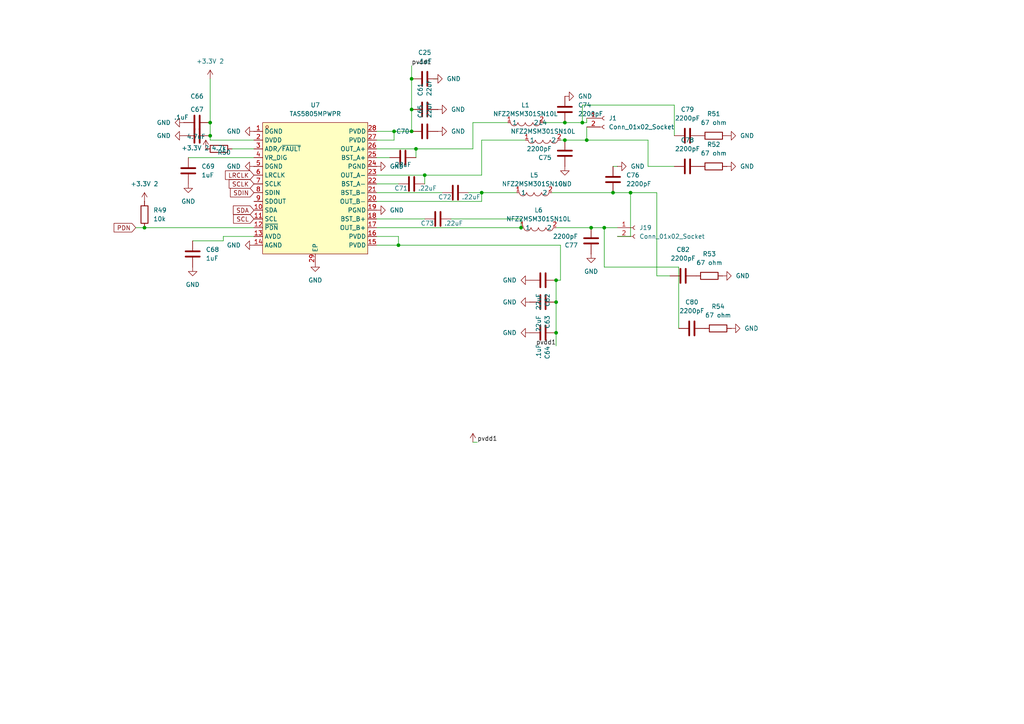
<source format=kicad_sch>
(kicad_sch
	(version 20250114)
	(generator "eeschema")
	(generator_version "9.0")
	(uuid "2ac3a1d8-bc40-4f34-a143-c27ec0c69e06")
	(paper "A4")
	(lib_symbols
		(symbol "Connector:Conn_01x02_Socket"
			(pin_names
				(offset 1.016)
				(hide yes)
			)
			(exclude_from_sim no)
			(in_bom yes)
			(on_board yes)
			(property "Reference" "J"
				(at 0 2.54 0)
				(effects
					(font
						(size 1.27 1.27)
					)
				)
			)
			(property "Value" "Conn_01x02_Socket"
				(at 0 -5.08 0)
				(effects
					(font
						(size 1.27 1.27)
					)
				)
			)
			(property "Footprint" ""
				(at 0 0 0)
				(effects
					(font
						(size 1.27 1.27)
					)
					(hide yes)
				)
			)
			(property "Datasheet" "~"
				(at 0 0 0)
				(effects
					(font
						(size 1.27 1.27)
					)
					(hide yes)
				)
			)
			(property "Description" "Generic connector, single row, 01x02, script generated"
				(at 0 0 0)
				(effects
					(font
						(size 1.27 1.27)
					)
					(hide yes)
				)
			)
			(property "ki_locked" ""
				(at 0 0 0)
				(effects
					(font
						(size 1.27 1.27)
					)
				)
			)
			(property "ki_keywords" "connector"
				(at 0 0 0)
				(effects
					(font
						(size 1.27 1.27)
					)
					(hide yes)
				)
			)
			(property "ki_fp_filters" "Connector*:*_1x??_*"
				(at 0 0 0)
				(effects
					(font
						(size 1.27 1.27)
					)
					(hide yes)
				)
			)
			(symbol "Conn_01x02_Socket_1_1"
				(polyline
					(pts
						(xy -1.27 0) (xy -0.508 0)
					)
					(stroke
						(width 0.1524)
						(type default)
					)
					(fill
						(type none)
					)
				)
				(polyline
					(pts
						(xy -1.27 -2.54) (xy -0.508 -2.54)
					)
					(stroke
						(width 0.1524)
						(type default)
					)
					(fill
						(type none)
					)
				)
				(arc
					(start 0 -0.508)
					(mid -0.5058 0)
					(end 0 0.508)
					(stroke
						(width 0.1524)
						(type default)
					)
					(fill
						(type none)
					)
				)
				(arc
					(start 0 -3.048)
					(mid -0.5058 -2.54)
					(end 0 -2.032)
					(stroke
						(width 0.1524)
						(type default)
					)
					(fill
						(type none)
					)
				)
				(pin passive line
					(at -5.08 0 0)
					(length 3.81)
					(name "Pin_1"
						(effects
							(font
								(size 1.27 1.27)
							)
						)
					)
					(number "1"
						(effects
							(font
								(size 1.27 1.27)
							)
						)
					)
				)
				(pin passive line
					(at -5.08 -2.54 0)
					(length 3.81)
					(name "Pin_2"
						(effects
							(font
								(size 1.27 1.27)
							)
						)
					)
					(number "2"
						(effects
							(font
								(size 1.27 1.27)
							)
						)
					)
				)
			)
			(embedded_fonts no)
		)
		(symbol "Device:C"
			(pin_numbers
				(hide yes)
			)
			(pin_names
				(offset 0.254)
			)
			(exclude_from_sim no)
			(in_bom yes)
			(on_board yes)
			(property "Reference" "C"
				(at 0.635 2.54 0)
				(effects
					(font
						(size 1.27 1.27)
					)
					(justify left)
				)
			)
			(property "Value" "C"
				(at 0.635 -2.54 0)
				(effects
					(font
						(size 1.27 1.27)
					)
					(justify left)
				)
			)
			(property "Footprint" ""
				(at 0.9652 -3.81 0)
				(effects
					(font
						(size 1.27 1.27)
					)
					(hide yes)
				)
			)
			(property "Datasheet" "~"
				(at 0 0 0)
				(effects
					(font
						(size 1.27 1.27)
					)
					(hide yes)
				)
			)
			(property "Description" "Unpolarized capacitor"
				(at 0 0 0)
				(effects
					(font
						(size 1.27 1.27)
					)
					(hide yes)
				)
			)
			(property "ki_keywords" "cap capacitor"
				(at 0 0 0)
				(effects
					(font
						(size 1.27 1.27)
					)
					(hide yes)
				)
			)
			(property "ki_fp_filters" "C_*"
				(at 0 0 0)
				(effects
					(font
						(size 1.27 1.27)
					)
					(hide yes)
				)
			)
			(symbol "C_0_1"
				(polyline
					(pts
						(xy -2.032 0.762) (xy 2.032 0.762)
					)
					(stroke
						(width 0.508)
						(type default)
					)
					(fill
						(type none)
					)
				)
				(polyline
					(pts
						(xy -2.032 -0.762) (xy 2.032 -0.762)
					)
					(stroke
						(width 0.508)
						(type default)
					)
					(fill
						(type none)
					)
				)
			)
			(symbol "C_1_1"
				(pin passive line
					(at 0 3.81 270)
					(length 2.794)
					(name "~"
						(effects
							(font
								(size 1.27 1.27)
							)
						)
					)
					(number "1"
						(effects
							(font
								(size 1.27 1.27)
							)
						)
					)
				)
				(pin passive line
					(at 0 -3.81 90)
					(length 2.794)
					(name "~"
						(effects
							(font
								(size 1.27 1.27)
							)
						)
					)
					(number "2"
						(effects
							(font
								(size 1.27 1.27)
							)
						)
					)
				)
			)
			(embedded_fonts no)
		)
		(symbol "Device:R"
			(pin_numbers
				(hide yes)
			)
			(pin_names
				(offset 0)
			)
			(exclude_from_sim no)
			(in_bom yes)
			(on_board yes)
			(property "Reference" "R"
				(at 2.032 0 90)
				(effects
					(font
						(size 1.27 1.27)
					)
				)
			)
			(property "Value" "R"
				(at 0 0 90)
				(effects
					(font
						(size 1.27 1.27)
					)
				)
			)
			(property "Footprint" ""
				(at -1.778 0 90)
				(effects
					(font
						(size 1.27 1.27)
					)
					(hide yes)
				)
			)
			(property "Datasheet" "~"
				(at 0 0 0)
				(effects
					(font
						(size 1.27 1.27)
					)
					(hide yes)
				)
			)
			(property "Description" "Resistor"
				(at 0 0 0)
				(effects
					(font
						(size 1.27 1.27)
					)
					(hide yes)
				)
			)
			(property "ki_keywords" "R res resistor"
				(at 0 0 0)
				(effects
					(font
						(size 1.27 1.27)
					)
					(hide yes)
				)
			)
			(property "ki_fp_filters" "R_*"
				(at 0 0 0)
				(effects
					(font
						(size 1.27 1.27)
					)
					(hide yes)
				)
			)
			(symbol "R_0_1"
				(rectangle
					(start -1.016 -2.54)
					(end 1.016 2.54)
					(stroke
						(width 0.254)
						(type default)
					)
					(fill
						(type none)
					)
				)
			)
			(symbol "R_1_1"
				(pin passive line
					(at 0 3.81 270)
					(length 1.27)
					(name "~"
						(effects
							(font
								(size 1.27 1.27)
							)
						)
					)
					(number "1"
						(effects
							(font
								(size 1.27 1.27)
							)
						)
					)
				)
				(pin passive line
					(at 0 -3.81 90)
					(length 1.27)
					(name "~"
						(effects
							(font
								(size 1.27 1.27)
							)
						)
					)
					(number "2"
						(effects
							(font
								(size 1.27 1.27)
							)
						)
					)
				)
			)
			(embedded_fonts no)
		)
		(symbol "easyeda2kicad:NFZ2MSM301SN10L"
			(exclude_from_sim no)
			(in_bom yes)
			(on_board yes)
			(property "Reference" "L"
				(at 0 5.08 0)
				(effects
					(font
						(size 1.27 1.27)
					)
				)
			)
			(property "Value" "NFZ2MSM301SN10L"
				(at 0 -5.08 0)
				(effects
					(font
						(size 1.27 1.27)
					)
				)
			)
			(property "Footprint" "easyeda2kicad:L0806"
				(at 0 -7.62 0)
				(effects
					(font
						(size 1.27 1.27)
					)
					(hide yes)
				)
			)
			(property "Datasheet" ""
				(at 0 0 0)
				(effects
					(font
						(size 1.27 1.27)
					)
					(hide yes)
				)
			)
			(property "Description" ""
				(at 0 0 0)
				(effects
					(font
						(size 1.27 1.27)
					)
					(hide yes)
				)
			)
			(property "LCSC Part" "C668489"
				(at 0 -10.16 0)
				(effects
					(font
						(size 1.27 1.27)
					)
					(hide yes)
				)
			)
			(symbol "NFZ2MSM301SN10L_0_1"
				(arc
					(start -2.27 -0.02)
					(mid -3.28 -0.9427)
					(end -4.29 -0.02)
					(stroke
						(width 0)
						(type default)
					)
					(fill
						(type none)
					)
				)
				(arc
					(start -0.11 -0.02)
					(mid -1.12 -0.9471)
					(end -2.13 -0.02)
					(stroke
						(width 0)
						(type default)
					)
					(fill
						(type none)
					)
				)
				(arc
					(start 2.04 -0.02)
					(mid 1.03 -0.9471)
					(end 0.02 -0.02)
					(stroke
						(width 0)
						(type default)
					)
					(fill
						(type none)
					)
				)
				(arc
					(start 4.23 -0.02)
					(mid 3.22 -0.9471)
					(end 2.21 -0.02)
					(stroke
						(width 0)
						(type default)
					)
					(fill
						(type none)
					)
				)
				(pin unspecified line
					(at -5.08 0 0)
					(length 0.762)
					(name "1"
						(effects
							(font
								(size 1.27 1.27)
							)
						)
					)
					(number "1"
						(effects
							(font
								(size 1.27 1.27)
							)
						)
					)
				)
				(pin unspecified line
					(at 5.08 0 180)
					(length 0.762)
					(name "2"
						(effects
							(font
								(size 1.27 1.27)
							)
						)
					)
					(number "2"
						(effects
							(font
								(size 1.27 1.27)
							)
						)
					)
				)
			)
			(embedded_fonts no)
		)
		(symbol "easyeda2kicad:TAS5805MPWPR"
			(exclude_from_sim no)
			(in_bom yes)
			(on_board yes)
			(property "Reference" "U"
				(at 0 21.59 0)
				(effects
					(font
						(size 1.27 1.27)
					)
				)
			)
			(property "Value" "TAS5805MPWPR"
				(at 0 -26.67 0)
				(effects
					(font
						(size 1.27 1.27)
					)
				)
			)
			(property "Footprint" "easyeda2kicad:HTSSOP-28_L9.7-W4.4-P0.65-LS6.4-BL-EP"
				(at 0 -29.21 0)
				(effects
					(font
						(size 1.27 1.27)
					)
					(hide yes)
				)
			)
			(property "Datasheet" "https://lcsc.com/product-detail/Audio-Power-OpAmps_Texas-Instruments-Texas-Instruments-TAS5805MPWPR_C478472.html"
				(at 0 -31.75 0)
				(effects
					(font
						(size 1.27 1.27)
					)
					(hide yes)
				)
			)
			(property "Description" ""
				(at 0 0 0)
				(effects
					(font
						(size 1.27 1.27)
					)
					(hide yes)
				)
			)
			(property "LCSC Part" "C478472"
				(at 0 -34.29 0)
				(effects
					(font
						(size 1.27 1.27)
					)
					(hide yes)
				)
			)
			(symbol "TAS5805MPWPR_0_1"
				(rectangle
					(start -15.24 19.05)
					(end 15.24 -19.05)
					(stroke
						(width 0)
						(type default)
					)
					(fill
						(type background)
					)
				)
				(circle
					(center -13.97 17.78)
					(radius 0.38)
					(stroke
						(width 0)
						(type default)
					)
					(fill
						(type none)
					)
				)
				(pin unspecified line
					(at -17.78 16.51 0)
					(length 2.54)
					(name "DGND"
						(effects
							(font
								(size 1.27 1.27)
							)
						)
					)
					(number "1"
						(effects
							(font
								(size 1.27 1.27)
							)
						)
					)
				)
				(pin unspecified line
					(at -17.78 13.97 0)
					(length 2.54)
					(name "DVDD"
						(effects
							(font
								(size 1.27 1.27)
							)
						)
					)
					(number "2"
						(effects
							(font
								(size 1.27 1.27)
							)
						)
					)
				)
				(pin unspecified line
					(at -17.78 11.43 0)
					(length 2.54)
					(name "ADR/~{FAULT}"
						(effects
							(font
								(size 1.27 1.27)
							)
						)
					)
					(number "3"
						(effects
							(font
								(size 1.27 1.27)
							)
						)
					)
				)
				(pin unspecified line
					(at -17.78 8.89 0)
					(length 2.54)
					(name "VR_DIG"
						(effects
							(font
								(size 1.27 1.27)
							)
						)
					)
					(number "4"
						(effects
							(font
								(size 1.27 1.27)
							)
						)
					)
				)
				(pin unspecified line
					(at -17.78 6.35 0)
					(length 2.54)
					(name "DGND"
						(effects
							(font
								(size 1.27 1.27)
							)
						)
					)
					(number "5"
						(effects
							(font
								(size 1.27 1.27)
							)
						)
					)
				)
				(pin unspecified line
					(at -17.78 3.81 0)
					(length 2.54)
					(name "LRCLK"
						(effects
							(font
								(size 1.27 1.27)
							)
						)
					)
					(number "6"
						(effects
							(font
								(size 1.27 1.27)
							)
						)
					)
				)
				(pin unspecified line
					(at -17.78 1.27 0)
					(length 2.54)
					(name "SCLK"
						(effects
							(font
								(size 1.27 1.27)
							)
						)
					)
					(number "7"
						(effects
							(font
								(size 1.27 1.27)
							)
						)
					)
				)
				(pin unspecified line
					(at -17.78 -1.27 0)
					(length 2.54)
					(name "SDIN"
						(effects
							(font
								(size 1.27 1.27)
							)
						)
					)
					(number "8"
						(effects
							(font
								(size 1.27 1.27)
							)
						)
					)
				)
				(pin unspecified line
					(at -17.78 -3.81 0)
					(length 2.54)
					(name "SDOUT"
						(effects
							(font
								(size 1.27 1.27)
							)
						)
					)
					(number "9"
						(effects
							(font
								(size 1.27 1.27)
							)
						)
					)
				)
				(pin unspecified line
					(at -17.78 -6.35 0)
					(length 2.54)
					(name "SDA"
						(effects
							(font
								(size 1.27 1.27)
							)
						)
					)
					(number "10"
						(effects
							(font
								(size 1.27 1.27)
							)
						)
					)
				)
				(pin unspecified line
					(at -17.78 -8.89 0)
					(length 2.54)
					(name "SCL"
						(effects
							(font
								(size 1.27 1.27)
							)
						)
					)
					(number "11"
						(effects
							(font
								(size 1.27 1.27)
							)
						)
					)
				)
				(pin unspecified line
					(at -17.78 -11.43 0)
					(length 2.54)
					(name "~{PDN}"
						(effects
							(font
								(size 1.27 1.27)
							)
						)
					)
					(number "12"
						(effects
							(font
								(size 1.27 1.27)
							)
						)
					)
				)
				(pin unspecified line
					(at -17.78 -13.97 0)
					(length 2.54)
					(name "AVDD"
						(effects
							(font
								(size 1.27 1.27)
							)
						)
					)
					(number "13"
						(effects
							(font
								(size 1.27 1.27)
							)
						)
					)
				)
				(pin unspecified line
					(at -17.78 -16.51 0)
					(length 2.54)
					(name "AGND"
						(effects
							(font
								(size 1.27 1.27)
							)
						)
					)
					(number "14"
						(effects
							(font
								(size 1.27 1.27)
							)
						)
					)
				)
				(pin unspecified line
					(at 0 -21.59 90)
					(length 2.54)
					(name "EP"
						(effects
							(font
								(size 1.27 1.27)
							)
						)
					)
					(number "29"
						(effects
							(font
								(size 1.27 1.27)
							)
						)
					)
				)
				(pin unspecified line
					(at 17.78 16.51 180)
					(length 2.54)
					(name "PVDD"
						(effects
							(font
								(size 1.27 1.27)
							)
						)
					)
					(number "28"
						(effects
							(font
								(size 1.27 1.27)
							)
						)
					)
				)
				(pin unspecified line
					(at 17.78 13.97 180)
					(length 2.54)
					(name "PVDD"
						(effects
							(font
								(size 1.27 1.27)
							)
						)
					)
					(number "27"
						(effects
							(font
								(size 1.27 1.27)
							)
						)
					)
				)
				(pin unspecified line
					(at 17.78 11.43 180)
					(length 2.54)
					(name "OUT_A+"
						(effects
							(font
								(size 1.27 1.27)
							)
						)
					)
					(number "26"
						(effects
							(font
								(size 1.27 1.27)
							)
						)
					)
				)
				(pin unspecified line
					(at 17.78 8.89 180)
					(length 2.54)
					(name "BST_A+"
						(effects
							(font
								(size 1.27 1.27)
							)
						)
					)
					(number "25"
						(effects
							(font
								(size 1.27 1.27)
							)
						)
					)
				)
				(pin unspecified line
					(at 17.78 6.35 180)
					(length 2.54)
					(name "PGND"
						(effects
							(font
								(size 1.27 1.27)
							)
						)
					)
					(number "24"
						(effects
							(font
								(size 1.27 1.27)
							)
						)
					)
				)
				(pin unspecified line
					(at 17.78 3.81 180)
					(length 2.54)
					(name "OUT_A-"
						(effects
							(font
								(size 1.27 1.27)
							)
						)
					)
					(number "23"
						(effects
							(font
								(size 1.27 1.27)
							)
						)
					)
				)
				(pin unspecified line
					(at 17.78 1.27 180)
					(length 2.54)
					(name "BST_A-"
						(effects
							(font
								(size 1.27 1.27)
							)
						)
					)
					(number "22"
						(effects
							(font
								(size 1.27 1.27)
							)
						)
					)
				)
				(pin unspecified line
					(at 17.78 -1.27 180)
					(length 2.54)
					(name "BST_B-"
						(effects
							(font
								(size 1.27 1.27)
							)
						)
					)
					(number "21"
						(effects
							(font
								(size 1.27 1.27)
							)
						)
					)
				)
				(pin unspecified line
					(at 17.78 -3.81 180)
					(length 2.54)
					(name "OUT_B-"
						(effects
							(font
								(size 1.27 1.27)
							)
						)
					)
					(number "20"
						(effects
							(font
								(size 1.27 1.27)
							)
						)
					)
				)
				(pin unspecified line
					(at 17.78 -6.35 180)
					(length 2.54)
					(name "PGND"
						(effects
							(font
								(size 1.27 1.27)
							)
						)
					)
					(number "19"
						(effects
							(font
								(size 1.27 1.27)
							)
						)
					)
				)
				(pin unspecified line
					(at 17.78 -8.89 180)
					(length 2.54)
					(name "BST_B+"
						(effects
							(font
								(size 1.27 1.27)
							)
						)
					)
					(number "18"
						(effects
							(font
								(size 1.27 1.27)
							)
						)
					)
				)
				(pin unspecified line
					(at 17.78 -11.43 180)
					(length 2.54)
					(name "OUT_B+"
						(effects
							(font
								(size 1.27 1.27)
							)
						)
					)
					(number "17"
						(effects
							(font
								(size 1.27 1.27)
							)
						)
					)
				)
				(pin unspecified line
					(at 17.78 -13.97 180)
					(length 2.54)
					(name "PVDD"
						(effects
							(font
								(size 1.27 1.27)
							)
						)
					)
					(number "16"
						(effects
							(font
								(size 1.27 1.27)
							)
						)
					)
				)
				(pin unspecified line
					(at 17.78 -16.51 180)
					(length 2.54)
					(name "PVDD"
						(effects
							(font
								(size 1.27 1.27)
							)
						)
					)
					(number "15"
						(effects
							(font
								(size 1.27 1.27)
							)
						)
					)
				)
			)
			(embedded_fonts no)
		)
		(symbol "power:+12V"
			(power)
			(pin_numbers
				(hide yes)
			)
			(pin_names
				(offset 0)
				(hide yes)
			)
			(exclude_from_sim no)
			(in_bom yes)
			(on_board yes)
			(property "Reference" "#PWR"
				(at 0 -3.81 0)
				(effects
					(font
						(size 1.27 1.27)
					)
					(hide yes)
				)
			)
			(property "Value" "+12V"
				(at 0 3.556 0)
				(effects
					(font
						(size 1.27 1.27)
					)
				)
			)
			(property "Footprint" ""
				(at 0 0 0)
				(effects
					(font
						(size 1.27 1.27)
					)
					(hide yes)
				)
			)
			(property "Datasheet" ""
				(at 0 0 0)
				(effects
					(font
						(size 1.27 1.27)
					)
					(hide yes)
				)
			)
			(property "Description" "Power symbol creates a global label with name \"+12V\""
				(at 0 0 0)
				(effects
					(font
						(size 1.27 1.27)
					)
					(hide yes)
				)
			)
			(property "ki_keywords" "global power"
				(at 0 0 0)
				(effects
					(font
						(size 1.27 1.27)
					)
					(hide yes)
				)
			)
			(symbol "+12V_0_1"
				(polyline
					(pts
						(xy -0.762 1.27) (xy 0 2.54)
					)
					(stroke
						(width 0)
						(type default)
					)
					(fill
						(type none)
					)
				)
				(polyline
					(pts
						(xy 0 2.54) (xy 0.762 1.27)
					)
					(stroke
						(width 0)
						(type default)
					)
					(fill
						(type none)
					)
				)
				(polyline
					(pts
						(xy 0 0) (xy 0 2.54)
					)
					(stroke
						(width 0)
						(type default)
					)
					(fill
						(type none)
					)
				)
			)
			(symbol "+12V_1_1"
				(pin power_in line
					(at 0 0 90)
					(length 0)
					(name "~"
						(effects
							(font
								(size 1.27 1.27)
							)
						)
					)
					(number "1"
						(effects
							(font
								(size 1.27 1.27)
							)
						)
					)
				)
			)
			(embedded_fonts no)
		)
		(symbol "power:+3.3V"
			(power)
			(pin_numbers
				(hide yes)
			)
			(pin_names
				(offset 0)
				(hide yes)
			)
			(exclude_from_sim no)
			(in_bom yes)
			(on_board yes)
			(property "Reference" "#PWR"
				(at 0 -3.81 0)
				(effects
					(font
						(size 1.27 1.27)
					)
					(hide yes)
				)
			)
			(property "Value" "+3.3V"
				(at 0 3.556 0)
				(effects
					(font
						(size 1.27 1.27)
					)
				)
			)
			(property "Footprint" ""
				(at 0 0 0)
				(effects
					(font
						(size 1.27 1.27)
					)
					(hide yes)
				)
			)
			(property "Datasheet" ""
				(at 0 0 0)
				(effects
					(font
						(size 1.27 1.27)
					)
					(hide yes)
				)
			)
			(property "Description" "Power symbol creates a global label with name \"+3.3V\""
				(at 0 0 0)
				(effects
					(font
						(size 1.27 1.27)
					)
					(hide yes)
				)
			)
			(property "ki_keywords" "global power"
				(at 0 0 0)
				(effects
					(font
						(size 1.27 1.27)
					)
					(hide yes)
				)
			)
			(symbol "+3.3V_0_1"
				(polyline
					(pts
						(xy -0.762 1.27) (xy 0 2.54)
					)
					(stroke
						(width 0)
						(type default)
					)
					(fill
						(type none)
					)
				)
				(polyline
					(pts
						(xy 0 2.54) (xy 0.762 1.27)
					)
					(stroke
						(width 0)
						(type default)
					)
					(fill
						(type none)
					)
				)
				(polyline
					(pts
						(xy 0 0) (xy 0 2.54)
					)
					(stroke
						(width 0)
						(type default)
					)
					(fill
						(type none)
					)
				)
			)
			(symbol "+3.3V_1_1"
				(pin power_in line
					(at 0 0 90)
					(length 0)
					(name "~"
						(effects
							(font
								(size 1.27 1.27)
							)
						)
					)
					(number "1"
						(effects
							(font
								(size 1.27 1.27)
							)
						)
					)
				)
			)
			(embedded_fonts no)
		)
		(symbol "power:GND"
			(power)
			(pin_numbers
				(hide yes)
			)
			(pin_names
				(offset 0)
				(hide yes)
			)
			(exclude_from_sim no)
			(in_bom yes)
			(on_board yes)
			(property "Reference" "#PWR"
				(at 0 -6.35 0)
				(effects
					(font
						(size 1.27 1.27)
					)
					(hide yes)
				)
			)
			(property "Value" "GND"
				(at 0 -3.81 0)
				(effects
					(font
						(size 1.27 1.27)
					)
				)
			)
			(property "Footprint" ""
				(at 0 0 0)
				(effects
					(font
						(size 1.27 1.27)
					)
					(hide yes)
				)
			)
			(property "Datasheet" ""
				(at 0 0 0)
				(effects
					(font
						(size 1.27 1.27)
					)
					(hide yes)
				)
			)
			(property "Description" "Power symbol creates a global label with name \"GND\" , ground"
				(at 0 0 0)
				(effects
					(font
						(size 1.27 1.27)
					)
					(hide yes)
				)
			)
			(property "ki_keywords" "global power"
				(at 0 0 0)
				(effects
					(font
						(size 1.27 1.27)
					)
					(hide yes)
				)
			)
			(symbol "GND_0_1"
				(polyline
					(pts
						(xy 0 0) (xy 0 -1.27) (xy 1.27 -1.27) (xy 0 -2.54) (xy -1.27 -1.27) (xy 0 -1.27)
					)
					(stroke
						(width 0)
						(type default)
					)
					(fill
						(type none)
					)
				)
			)
			(symbol "GND_1_1"
				(pin power_in line
					(at 0 0 270)
					(length 0)
					(name "~"
						(effects
							(font
								(size 1.27 1.27)
							)
						)
					)
					(number "1"
						(effects
							(font
								(size 1.27 1.27)
							)
						)
					)
				)
			)
			(embedded_fonts no)
		)
	)
	(junction
		(at 115.57 71.12)
		(diameter 0)
		(color 0 0 0 0)
		(uuid "0514a3f6-2ac0-4974-b5b1-05ca41e74ab7")
	)
	(junction
		(at 161.29 81.28)
		(diameter 0)
		(color 0 0 0 0)
		(uuid "15460dc7-4901-441e-a74e-42f5fb0285bc")
	)
	(junction
		(at 161.29 87.63)
		(diameter 0)
		(color 0 0 0 0)
		(uuid "1cf14bae-d341-4d2b-aa86-6d132bb61e43")
	)
	(junction
		(at 60.96 39.37)
		(diameter 0)
		(color 0 0 0 0)
		(uuid "2899c2da-ee43-4082-8aa4-fe8a85827d6c")
	)
	(junction
		(at 182.88 55.88)
		(diameter 0)
		(color 0 0 0 0)
		(uuid "3cdab923-8a2c-443e-bfe8-787d29666866")
	)
	(junction
		(at 177.8 55.88)
		(diameter 0)
		(color 0 0 0 0)
		(uuid "3e7691f5-2c2d-4e73-b133-eb32c30ef116")
	)
	(junction
		(at 163.83 35.56)
		(diameter 0)
		(color 0 0 0 0)
		(uuid "443d840c-4e39-4f1b-b400-c4d59ece0fca")
	)
	(junction
		(at 168.91 35.56)
		(diameter 0)
		(color 0 0 0 0)
		(uuid "47112c5b-e2ac-4a72-83ba-79cc137c1e64")
	)
	(junction
		(at 175.26 66.04)
		(diameter 0)
		(color 0 0 0 0)
		(uuid "4c9aa064-13e7-4c95-848b-6c51ace3f604")
	)
	(junction
		(at 41.91 66.04)
		(diameter 0)
		(color 0 0 0 0)
		(uuid "58cafb8f-4bee-4584-9d29-95df54fb81b4")
	)
	(junction
		(at 60.96 35.56)
		(diameter 0)
		(color 0 0 0 0)
		(uuid "65b28aaf-d606-4a34-b4c5-0dd46dc251bd")
	)
	(junction
		(at 119.38 31.75)
		(diameter 0)
		(color 0 0 0 0)
		(uuid "6e7c5efb-5db0-4aa1-89a3-e6a7ec11f30d")
	)
	(junction
		(at 161.29 96.52)
		(diameter 0)
		(color 0 0 0 0)
		(uuid "7f10dee8-6294-4937-aa46-bc2b76f188b2")
	)
	(junction
		(at 119.38 38.1)
		(diameter 0)
		(color 0 0 0 0)
		(uuid "85da236d-086b-4a53-9242-7f170c4e985f")
	)
	(junction
		(at 171.45 66.04)
		(diameter 0)
		(color 0 0 0 0)
		(uuid "86337578-e1d5-4d31-834a-bd6c0c2d75ee")
	)
	(junction
		(at 170.18 40.64)
		(diameter 0)
		(color 0 0 0 0)
		(uuid "87479ce2-6fab-4de1-bb5a-f556564f6741")
	)
	(junction
		(at 120.65 43.18)
		(diameter 0)
		(color 0 0 0 0)
		(uuid "9496df80-6956-47cc-9996-bbe4d9ee166f")
	)
	(junction
		(at 163.83 40.64)
		(diameter 0)
		(color 0 0 0 0)
		(uuid "9f7ff3bd-3072-4c53-8f94-b6355c5491af")
	)
	(junction
		(at 114.3 38.1)
		(diameter 0)
		(color 0 0 0 0)
		(uuid "bd0dc7fe-9561-4c29-a689-974f4151bb29")
	)
	(junction
		(at 123.19 50.8)
		(diameter 0)
		(color 0 0 0 0)
		(uuid "c0966cb9-2d8d-40af-908b-23c80a3d5ae6")
	)
	(junction
		(at 151.13 66.04)
		(diameter 0)
		(color 0 0 0 0)
		(uuid "ea939dca-7600-42fc-a98a-2f351c668aca")
	)
	(junction
		(at 139.7 55.88)
		(diameter 0)
		(color 0 0 0 0)
		(uuid "f819ec59-fd4f-4405-aea0-1e1427fd8a7e")
	)
	(junction
		(at 119.38 22.86)
		(diameter 0)
		(color 0 0 0 0)
		(uuid "fbbca65f-029f-4ff0-84a5-e2b73ac6195a")
	)
	(wire
		(pts
			(xy 163.83 35.56) (xy 168.91 35.56)
		)
		(stroke
			(width 0)
			(type default)
		)
		(uuid "026bdee3-ba54-4dbb-a4d6-bf37aa2b9e6b")
	)
	(wire
		(pts
			(xy 60.96 35.56) (xy 60.96 39.37)
		)
		(stroke
			(width 0)
			(type default)
		)
		(uuid "03d32b95-2262-490b-b78d-8c2e549c1a9c")
	)
	(wire
		(pts
			(xy 123.19 50.8) (xy 123.19 53.34)
		)
		(stroke
			(width 0)
			(type default)
		)
		(uuid "0757017b-eb66-4cda-9a02-4167392cbdc0")
	)
	(wire
		(pts
			(xy 114.3 40.64) (xy 114.3 38.1)
		)
		(stroke
			(width 0)
			(type default)
		)
		(uuid "0a3ffd02-a38d-4681-ab85-5e8551494a4b")
	)
	(wire
		(pts
			(xy 161.29 81.28) (xy 162.56 81.28)
		)
		(stroke
			(width 0)
			(type default)
		)
		(uuid "0bdb8b6c-1dbc-4066-8890-bd6e38834ab4")
	)
	(wire
		(pts
			(xy 135.89 55.88) (xy 139.7 55.88)
		)
		(stroke
			(width 0)
			(type default)
		)
		(uuid "0c31e7c8-9d5c-4741-9747-2ecd3214f836")
	)
	(wire
		(pts
			(xy 109.22 50.8) (xy 123.19 50.8)
		)
		(stroke
			(width 0)
			(type default)
		)
		(uuid "0d2ff398-c665-41dd-b018-66e133fbfe4d")
	)
	(wire
		(pts
			(xy 109.22 63.5) (xy 123.19 63.5)
		)
		(stroke
			(width 0)
			(type default)
		)
		(uuid "0f577077-bf5e-4c0d-8f49-981035b7ce97")
	)
	(wire
		(pts
			(xy 190.5 55.88) (xy 182.88 55.88)
		)
		(stroke
			(width 0)
			(type default)
		)
		(uuid "1072b5b7-2d74-47ed-909b-b15584cb62f6")
	)
	(wire
		(pts
			(xy 55.88 69.85) (xy 64.77 69.85)
		)
		(stroke
			(width 0)
			(type default)
		)
		(uuid "107a1dd3-5107-44be-bf9c-782bd916c126")
	)
	(wire
		(pts
			(xy 54.61 45.72) (xy 73.66 45.72)
		)
		(stroke
			(width 0)
			(type default)
		)
		(uuid "13b34c3b-a64c-4c5c-92be-d9214d3849a1")
	)
	(wire
		(pts
			(xy 195.58 48.26) (xy 187.96 48.26)
		)
		(stroke
			(width 0)
			(type default)
		)
		(uuid "1591834d-5ffd-4782-8419-ec5ac5147023")
	)
	(wire
		(pts
			(xy 125.73 22.86) (xy 127 22.86)
		)
		(stroke
			(width 0)
			(type default)
		)
		(uuid "19e5ff02-421d-479c-af26-c143b118e41b")
	)
	(wire
		(pts
			(xy 168.91 35.56) (xy 170.18 35.56)
		)
		(stroke
			(width 0)
			(type default)
		)
		(uuid "1e8555d1-7964-427d-9bec-28740d8cb927")
	)
	(wire
		(pts
			(xy 195.58 30.48) (xy 168.91 30.48)
		)
		(stroke
			(width 0)
			(type default)
		)
		(uuid "1f662206-70cc-448b-9be4-2d7725ca8524")
	)
	(wire
		(pts
			(xy 137.16 35.56) (xy 147.32 35.56)
		)
		(stroke
			(width 0)
			(type default)
		)
		(uuid "27fc713f-5af8-4a1a-9b55-2cea4331cbea")
	)
	(wire
		(pts
			(xy 160.02 55.88) (xy 177.8 55.88)
		)
		(stroke
			(width 0)
			(type default)
		)
		(uuid "280166e1-6fb6-4100-af15-f493308e0800")
	)
	(wire
		(pts
			(xy 60.96 39.37) (xy 60.96 40.64)
		)
		(stroke
			(width 0)
			(type default)
		)
		(uuid "2c6c5f48-130e-4a19-9ade-55abe4aab4bd")
	)
	(wire
		(pts
			(xy 115.57 71.12) (xy 109.22 71.12)
		)
		(stroke
			(width 0)
			(type default)
		)
		(uuid "2d372d8e-6c7e-47c6-8f13-351d2cb2a56e")
	)
	(wire
		(pts
			(xy 170.18 36.83) (xy 170.18 40.64)
		)
		(stroke
			(width 0)
			(type default)
		)
		(uuid "36c6103b-0db3-414f-a078-dcfe77c87623")
	)
	(wire
		(pts
			(xy 175.26 77.47) (xy 175.26 66.04)
		)
		(stroke
			(width 0)
			(type default)
		)
		(uuid "37cf2f22-d13d-47c5-b8e7-740c9aa5461d")
	)
	(wire
		(pts
			(xy 175.26 66.04) (xy 179.07 66.04)
		)
		(stroke
			(width 0)
			(type default)
		)
		(uuid "3a202bc1-8cf7-473a-a7ba-b525391b0e19")
	)
	(wire
		(pts
			(xy 190.5 80.01) (xy 190.5 55.88)
		)
		(stroke
			(width 0)
			(type default)
		)
		(uuid "3e3de6bc-5c19-412d-ab25-6761bfd614f4")
	)
	(wire
		(pts
			(xy 119.38 22.86) (xy 119.38 19.05)
		)
		(stroke
			(width 0)
			(type default)
		)
		(uuid "42e462d4-ed97-40c4-9688-e0e79e164324")
	)
	(wire
		(pts
			(xy 120.65 43.18) (xy 120.65 45.72)
		)
		(stroke
			(width 0)
			(type default)
		)
		(uuid "43630630-4323-4ba1-88fe-16219d942e0f")
	)
	(wire
		(pts
			(xy 109.22 43.18) (xy 120.65 43.18)
		)
		(stroke
			(width 0)
			(type default)
		)
		(uuid "46374e84-c9d1-4cee-8577-c87e4c4ff43b")
	)
	(wire
		(pts
			(xy 109.22 68.58) (xy 115.57 68.58)
		)
		(stroke
			(width 0)
			(type default)
		)
		(uuid "4c454f0e-66c8-42a9-9510-3e9798a06a8c")
	)
	(wire
		(pts
			(xy 196.85 77.47) (xy 175.26 77.47)
		)
		(stroke
			(width 0)
			(type default)
		)
		(uuid "4d0491f7-8767-476e-8d5a-888751e33a1d")
	)
	(wire
		(pts
			(xy 119.38 38.1) (xy 114.3 38.1)
		)
		(stroke
			(width 0)
			(type default)
		)
		(uuid "51a02ca2-112c-47eb-bfac-1dbc64770278")
	)
	(wire
		(pts
			(xy 109.22 55.88) (xy 128.27 55.88)
		)
		(stroke
			(width 0)
			(type default)
		)
		(uuid "54937577-4cce-4ebc-9c72-1e8309752a0f")
	)
	(wire
		(pts
			(xy 67.31 43.18) (xy 73.66 43.18)
		)
		(stroke
			(width 0)
			(type default)
		)
		(uuid "54dea446-5116-4456-9082-628fa570361c")
	)
	(wire
		(pts
			(xy 168.91 30.48) (xy 168.91 35.56)
		)
		(stroke
			(width 0)
			(type default)
		)
		(uuid "54f582ce-dacb-415a-a5c5-3067847921f3")
	)
	(wire
		(pts
			(xy 139.7 58.42) (xy 109.22 58.42)
		)
		(stroke
			(width 0)
			(type default)
		)
		(uuid "58177846-1986-4081-a4fa-5e5dfa29b578")
	)
	(wire
		(pts
			(xy 109.22 53.34) (xy 115.57 53.34)
		)
		(stroke
			(width 0)
			(type default)
		)
		(uuid "5c73503d-b5cc-492e-8e46-805f7600e762")
	)
	(wire
		(pts
			(xy 194.31 80.01) (xy 190.5 80.01)
		)
		(stroke
			(width 0)
			(type default)
		)
		(uuid "6a0a1881-ef3b-4c8a-9985-2287b1f9793a")
	)
	(wire
		(pts
			(xy 196.85 95.25) (xy 196.85 77.47)
		)
		(stroke
			(width 0)
			(type default)
		)
		(uuid "6eb69f4d-b9bf-42c5-92f7-b4b4b21e5f61")
	)
	(wire
		(pts
			(xy 139.7 55.88) (xy 139.7 58.42)
		)
		(stroke
			(width 0)
			(type default)
		)
		(uuid "745bab02-9083-4b54-b20c-04bbb66d958f")
	)
	(wire
		(pts
			(xy 171.45 66.04) (xy 175.26 66.04)
		)
		(stroke
			(width 0)
			(type default)
		)
		(uuid "76301855-64f5-4b20-b318-eccaa30df374")
	)
	(wire
		(pts
			(xy 139.7 40.64) (xy 152.4 40.64)
		)
		(stroke
			(width 0)
			(type default)
		)
		(uuid "78d70d8a-eae5-49f2-8d5e-ec6a533744b2")
	)
	(wire
		(pts
			(xy 161.29 96.52) (xy 161.29 100.33)
		)
		(stroke
			(width 0)
			(type default)
		)
		(uuid "7a30ff7b-2345-4bdb-be04-def271179e99")
	)
	(wire
		(pts
			(xy 120.65 43.18) (xy 137.16 43.18)
		)
		(stroke
			(width 0)
			(type default)
		)
		(uuid "7d46ca67-48c2-4021-9096-52a7fce9f1a2")
	)
	(wire
		(pts
			(xy 177.8 55.88) (xy 182.88 55.88)
		)
		(stroke
			(width 0)
			(type default)
		)
		(uuid "7e6383cc-0bcd-44c7-83ca-5973bc9dacf9")
	)
	(wire
		(pts
			(xy 151.13 63.5) (xy 151.13 66.04)
		)
		(stroke
			(width 0)
			(type default)
		)
		(uuid "8149837f-d9dc-42dc-a742-9ef6a1bcc268")
	)
	(wire
		(pts
			(xy 64.77 68.58) (xy 73.66 68.58)
		)
		(stroke
			(width 0)
			(type default)
		)
		(uuid "863d2a1a-39bf-4399-872b-d101067c520c")
	)
	(wire
		(pts
			(xy 109.22 40.64) (xy 114.3 40.64)
		)
		(stroke
			(width 0)
			(type default)
		)
		(uuid "89921090-c339-4fad-9bd3-e990a485dd72")
	)
	(wire
		(pts
			(xy 60.96 40.64) (xy 73.66 40.64)
		)
		(stroke
			(width 0)
			(type default)
		)
		(uuid "8baccc6b-124a-4d3e-98da-71fd311963d1")
	)
	(wire
		(pts
			(xy 41.91 66.04) (xy 73.66 66.04)
		)
		(stroke
			(width 0)
			(type default)
		)
		(uuid "8ead05e5-9812-4029-ad2d-1f6fb8042075")
	)
	(wire
		(pts
			(xy 119.38 31.75) (xy 119.38 38.1)
		)
		(stroke
			(width 0)
			(type default)
		)
		(uuid "954b5f25-7a90-4f5e-948e-aa71240023ae")
	)
	(wire
		(pts
			(xy 187.96 48.26) (xy 187.96 40.64)
		)
		(stroke
			(width 0)
			(type default)
		)
		(uuid "a17c850c-967d-4311-84bc-3173aa293143")
	)
	(wire
		(pts
			(xy 179.07 48.26) (xy 177.8 48.26)
		)
		(stroke
			(width 0)
			(type default)
		)
		(uuid "a77a3474-74b9-442d-9b69-d18f773fc42e")
	)
	(wire
		(pts
			(xy 130.81 63.5) (xy 151.13 63.5)
		)
		(stroke
			(width 0)
			(type default)
		)
		(uuid "aa03d0c1-15af-4390-8e64-36567a5a20fe")
	)
	(wire
		(pts
			(xy 137.16 43.18) (xy 137.16 35.56)
		)
		(stroke
			(width 0)
			(type default)
		)
		(uuid "b43fd876-9170-4724-a865-3018e63493cb")
	)
	(wire
		(pts
			(xy 187.96 40.64) (xy 170.18 40.64)
		)
		(stroke
			(width 0)
			(type default)
		)
		(uuid "b67b95fa-022a-43a1-b26a-a98b9b84925d")
	)
	(wire
		(pts
			(xy 170.18 35.56) (xy 170.18 34.29)
		)
		(stroke
			(width 0)
			(type default)
		)
		(uuid "b9ebc576-d20d-425a-bcfa-da1a166068e6")
	)
	(wire
		(pts
			(xy 179.07 68.58) (xy 182.88 68.58)
		)
		(stroke
			(width 0)
			(type default)
		)
		(uuid "bb6761bf-3b9c-43af-aeb8-155050df9c89")
	)
	(wire
		(pts
			(xy 161.29 87.63) (xy 161.29 96.52)
		)
		(stroke
			(width 0)
			(type default)
		)
		(uuid "bd401b41-9f6b-40db-a7f5-0efdac44babd")
	)
	(wire
		(pts
			(xy 60.96 22.86) (xy 60.96 35.56)
		)
		(stroke
			(width 0)
			(type default)
		)
		(uuid "c6c66df3-f6bb-4ca8-aa88-685c3cbb4c86")
	)
	(wire
		(pts
			(xy 114.3 38.1) (xy 109.22 38.1)
		)
		(stroke
			(width 0)
			(type default)
		)
		(uuid "cb8fbe9d-7429-4ce0-9d11-58097e7919ae")
	)
	(wire
		(pts
			(xy 139.7 50.8) (xy 139.7 40.64)
		)
		(stroke
			(width 0)
			(type default)
		)
		(uuid "cc9f8237-4c67-4b65-a783-0b44db014616")
	)
	(wire
		(pts
			(xy 162.56 40.64) (xy 163.83 40.64)
		)
		(stroke
			(width 0)
			(type default)
		)
		(uuid "d0236149-347c-4593-bf04-19f8e14e99d2")
	)
	(wire
		(pts
			(xy 163.83 40.64) (xy 170.18 40.64)
		)
		(stroke
			(width 0)
			(type default)
		)
		(uuid "d253d77a-5a0d-4da2-913d-62cb159b463a")
	)
	(wire
		(pts
			(xy 161.29 66.04) (xy 171.45 66.04)
		)
		(stroke
			(width 0)
			(type default)
		)
		(uuid "d2be65d8-5c3f-4351-bee6-0e8711c477a3")
	)
	(wire
		(pts
			(xy 109.22 66.04) (xy 151.13 66.04)
		)
		(stroke
			(width 0)
			(type default)
		)
		(uuid "d2e92d9f-6b1e-48ee-b7b9-50932eba0356")
	)
	(wire
		(pts
			(xy 64.77 69.85) (xy 64.77 68.58)
		)
		(stroke
			(width 0)
			(type default)
		)
		(uuid "d4dbca5b-bc64-4d9f-9111-e25ea4520f5e")
	)
	(wire
		(pts
			(xy 123.19 50.8) (xy 139.7 50.8)
		)
		(stroke
			(width 0)
			(type default)
		)
		(uuid "d9984d95-430f-41ad-be2c-de89770f5a99")
	)
	(wire
		(pts
			(xy 149.86 55.88) (xy 139.7 55.88)
		)
		(stroke
			(width 0)
			(type default)
		)
		(uuid "dab1d4bb-a473-4f24-b8a1-a12063e4860c")
	)
	(wire
		(pts
			(xy 115.57 68.58) (xy 115.57 71.12)
		)
		(stroke
			(width 0)
			(type default)
		)
		(uuid "e094cc4d-a385-40e0-9cb3-cd1a5691f573")
	)
	(wire
		(pts
			(xy 109.22 45.72) (xy 113.03 45.72)
		)
		(stroke
			(width 0)
			(type default)
		)
		(uuid "e393d306-c2e2-48ac-b8a5-13378343db3f")
	)
	(wire
		(pts
			(xy 161.29 87.63) (xy 161.29 81.28)
		)
		(stroke
			(width 0)
			(type default)
		)
		(uuid "e3da1df9-ad08-485e-921c-687468157baa")
	)
	(wire
		(pts
			(xy 195.58 39.37) (xy 195.58 30.48)
		)
		(stroke
			(width 0)
			(type default)
		)
		(uuid "e429a6a2-92df-431f-ab94-799e1f3024bd")
	)
	(wire
		(pts
			(xy 115.57 71.12) (xy 162.56 71.12)
		)
		(stroke
			(width 0)
			(type default)
		)
		(uuid "e4d124d0-3da4-455b-abbc-5783178da45c")
	)
	(wire
		(pts
			(xy 119.38 31.75) (xy 119.38 22.86)
		)
		(stroke
			(width 0)
			(type default)
		)
		(uuid "e7bcb45c-1b2f-4cba-85a9-7937331273ee")
	)
	(wire
		(pts
			(xy 39.37 66.04) (xy 41.91 66.04)
		)
		(stroke
			(width 0)
			(type default)
		)
		(uuid "e7c954df-efdb-4b54-9f69-938c05581c50")
	)
	(wire
		(pts
			(xy 157.48 35.56) (xy 163.83 35.56)
		)
		(stroke
			(width 0)
			(type default)
		)
		(uuid "eb2dbb58-80c1-4c9e-9c4e-d040402b9bbe")
	)
	(wire
		(pts
			(xy 182.88 55.88) (xy 182.88 68.58)
		)
		(stroke
			(width 0)
			(type default)
		)
		(uuid "efaa4ac6-efd7-4bff-8994-f4d7da3125fb")
	)
	(wire
		(pts
			(xy 162.56 71.12) (xy 162.56 81.28)
		)
		(stroke
			(width 0)
			(type default)
		)
		(uuid "fa897e39-7c0a-4a20-b322-024bca40cfd0")
	)
	(wire
		(pts
			(xy 137.16 128.27) (xy 138.43 128.27)
		)
		(stroke
			(width 0)
			(type default)
		)
		(uuid "fcaef931-8146-4bd6-893a-a171ef331095")
	)
	(label "pvdd1"
		(at 138.43 128.27 0)
		(effects
			(font
				(size 1.27 1.27)
			)
			(justify left bottom)
		)
		(uuid "4f01f856-f077-4e43-8ee3-26d963377360")
	)
	(label "pvdd1"
		(at 119.38 19.05 0)
		(effects
			(font
				(size 1.27 1.27)
			)
			(justify left bottom)
		)
		(uuid "687d5ca0-599d-4a8c-90cd-04a5b3506a61")
	)
	(label "pvdd1"
		(at 161.29 100.33 180)
		(effects
			(font
				(size 1.27 1.27)
			)
			(justify right bottom)
		)
		(uuid "af888252-3c8e-4ec7-93b5-fff47675e3e8")
	)
	(global_label "SCL"
		(shape input)
		(at 73.66 63.5 180)
		(fields_autoplaced yes)
		(effects
			(font
				(size 1.27 1.27)
			)
			(justify right)
		)
		(uuid "25d57d38-5269-442c-a0e1-33b484b8127e")
		(property "Intersheetrefs" "${INTERSHEET_REFS}"
			(at 67.1672 63.5 0)
			(effects
				(font
					(size 1.27 1.27)
				)
				(justify right)
				(hide yes)
			)
		)
	)
	(global_label "SDIN"
		(shape input)
		(at 73.66 55.88 180)
		(fields_autoplaced yes)
		(effects
			(font
				(size 1.27 1.27)
			)
			(justify right)
		)
		(uuid "40bc90c4-9f3c-41e5-984d-24f3a85fbf23")
		(property "Intersheetrefs" "${INTERSHEET_REFS}"
			(at 66.26 55.88 0)
			(effects
				(font
					(size 1.27 1.27)
				)
				(justify right)
				(hide yes)
			)
		)
	)
	(global_label "SDA"
		(shape input)
		(at 73.66 60.96 180)
		(fields_autoplaced yes)
		(effects
			(font
				(size 1.27 1.27)
			)
			(justify right)
		)
		(uuid "4107f279-c7a4-4816-b84e-5c509526cb53")
		(property "Intersheetrefs" "${INTERSHEET_REFS}"
			(at 67.1067 60.96 0)
			(effects
				(font
					(size 1.27 1.27)
				)
				(justify right)
				(hide yes)
			)
		)
	)
	(global_label "SCLK"
		(shape input)
		(at 73.66 53.34 180)
		(fields_autoplaced yes)
		(effects
			(font
				(size 1.27 1.27)
			)
			(justify right)
		)
		(uuid "4e379c0a-5f64-4ce4-9121-7ecee4c4e72b")
		(property "Intersheetrefs" "${INTERSHEET_REFS}"
			(at 65.8972 53.34 0)
			(effects
				(font
					(size 1.27 1.27)
				)
				(justify right)
				(hide yes)
			)
		)
	)
	(global_label "LRCLK"
		(shape input)
		(at 73.66 50.8 180)
		(fields_autoplaced yes)
		(effects
			(font
				(size 1.27 1.27)
			)
			(justify right)
		)
		(uuid "57ea8b60-04ef-4bbd-947d-9549e336f632")
		(property "Intersheetrefs" "${INTERSHEET_REFS}"
			(at 64.8086 50.8 0)
			(effects
				(font
					(size 1.27 1.27)
				)
				(justify right)
				(hide yes)
			)
		)
	)
	(global_label "PDN"
		(shape input)
		(at 39.37 66.04 180)
		(fields_autoplaced yes)
		(effects
			(font
				(size 1.27 1.27)
			)
			(justify right)
		)
		(uuid "fa5d6a8e-034e-4f57-810b-f73bedd3594e")
		(property "Intersheetrefs" "${INTERSHEET_REFS}"
			(at 32.5143 66.04 0)
			(effects
				(font
					(size 1.27 1.27)
				)
				(justify right)
				(hide yes)
			)
		)
	)
	(symbol
		(lib_id "Device:C")
		(at 119.38 53.34 90)
		(unit 1)
		(exclude_from_sim no)
		(in_bom yes)
		(on_board yes)
		(dnp no)
		(uuid "06a24c5d-ec3a-4df2-82fb-8d299593ee1e")
		(property "Reference" "C71"
			(at 116.332 54.61 90)
			(effects
				(font
					(size 1.27 1.27)
				)
			)
		)
		(property "Value" ".22uF"
			(at 123.952 54.61 90)
			(effects
				(font
					(size 1.27 1.27)
				)
			)
		)
		(property "Footprint" "Capacitor_SMD:C_0603_1608Metric"
			(at 123.19 52.3748 0)
			(effects
				(font
					(size 1.27 1.27)
				)
				(hide yes)
			)
		)
		(property "Datasheet" "~"
			(at 119.38 53.34 0)
			(effects
				(font
					(size 1.27 1.27)
				)
				(hide yes)
			)
		)
		(property "Description" "Unpolarized capacitor"
			(at 119.38 53.34 0)
			(effects
				(font
					(size 1.27 1.27)
				)
				(hide yes)
			)
		)
		(pin "2"
			(uuid "fd5dfed3-3287-40ee-b70b-7412fa6471e1")
		)
		(pin "1"
			(uuid "cfe51edb-25bc-4efa-8372-ed59c4e98d5f")
		)
		(instances
			(project "BedCooler"
				(path "/0172b5c7-cbf1-402d-add6-1d50a7ec9877/807fda9c-b797-4f51-8d8b-3ced44ee13d1"
					(reference "C71")
					(unit 1)
				)
			)
		)
	)
	(symbol
		(lib_id "power:GND")
		(at 73.66 71.12 270)
		(unit 1)
		(exclude_from_sim no)
		(in_bom yes)
		(on_board yes)
		(dnp no)
		(fields_autoplaced yes)
		(uuid "0c02d62b-ea3a-46dc-be10-6729d4765fa1")
		(property "Reference" "#PWR0195"
			(at 67.31 71.12 0)
			(effects
				(font
					(size 1.27 1.27)
				)
				(hide yes)
			)
		)
		(property "Value" "GND"
			(at 69.85 71.1199 90)
			(effects
				(font
					(size 1.27 1.27)
				)
				(justify right)
			)
		)
		(property "Footprint" ""
			(at 73.66 71.12 0)
			(effects
				(font
					(size 1.27 1.27)
				)
				(hide yes)
			)
		)
		(property "Datasheet" ""
			(at 73.66 71.12 0)
			(effects
				(font
					(size 1.27 1.27)
				)
				(hide yes)
			)
		)
		(property "Description" "Power symbol creates a global label with name \"GND\" , ground"
			(at 73.66 71.12 0)
			(effects
				(font
					(size 1.27 1.27)
				)
				(hide yes)
			)
		)
		(pin "1"
			(uuid "8dbb4266-97a2-4292-8f4f-9286b492427a")
		)
		(instances
			(project "BedCooler"
				(path "/0172b5c7-cbf1-402d-add6-1d50a7ec9877/807fda9c-b797-4f51-8d8b-3ced44ee13d1"
					(reference "#PWR0195")
					(unit 1)
				)
			)
		)
	)
	(symbol
		(lib_id "Device:C")
		(at 157.48 96.52 270)
		(unit 1)
		(exclude_from_sim no)
		(in_bom yes)
		(on_board yes)
		(dnp no)
		(uuid "18a9e169-e1d6-44ff-8cb5-cc5e22faa153")
		(property "Reference" "C64"
			(at 158.7501 100.33 0)
			(effects
				(font
					(size 1.27 1.27)
				)
				(justify left)
			)
		)
		(property "Value" ".1uF"
			(at 156.21 99.822 0)
			(effects
				(font
					(size 1.27 1.27)
				)
				(justify left)
			)
		)
		(property "Footprint" "Capacitor_SMD:C_0603_1608Metric"
			(at 153.67 97.4852 0)
			(effects
				(font
					(size 1.27 1.27)
				)
				(hide yes)
			)
		)
		(property "Datasheet" "~"
			(at 157.48 96.52 0)
			(effects
				(font
					(size 1.27 1.27)
				)
				(hide yes)
			)
		)
		(property "Description" "Unpolarized capacitor"
			(at 157.48 96.52 0)
			(effects
				(font
					(size 1.27 1.27)
				)
				(hide yes)
			)
		)
		(pin "1"
			(uuid "e4bf9b78-58f1-4c88-bdec-740dd5bc6b51")
		)
		(pin "2"
			(uuid "cfb1f9d3-eef9-4b05-9f3e-4e417fa4cf90")
		)
		(instances
			(project "BedCooler"
				(path "/0172b5c7-cbf1-402d-add6-1d50a7ec9877/807fda9c-b797-4f51-8d8b-3ced44ee13d1"
					(reference "C64")
					(unit 1)
				)
			)
		)
	)
	(symbol
		(lib_id "power:GND")
		(at 73.66 38.1 270)
		(unit 1)
		(exclude_from_sim no)
		(in_bom yes)
		(on_board yes)
		(dnp no)
		(fields_autoplaced yes)
		(uuid "1c1f02c6-9bed-4f0a-8805-aee9d5aab762")
		(property "Reference" "#PWR0192"
			(at 67.31 38.1 0)
			(effects
				(font
					(size 1.27 1.27)
				)
				(hide yes)
			)
		)
		(property "Value" "GND"
			(at 69.85 38.0999 90)
			(effects
				(font
					(size 1.27 1.27)
				)
				(justify right)
			)
		)
		(property "Footprint" ""
			(at 73.66 38.1 0)
			(effects
				(font
					(size 1.27 1.27)
				)
				(hide yes)
			)
		)
		(property "Datasheet" ""
			(at 73.66 38.1 0)
			(effects
				(font
					(size 1.27 1.27)
				)
				(hide yes)
			)
		)
		(property "Description" "Power symbol creates a global label with name \"GND\" , ground"
			(at 73.66 38.1 0)
			(effects
				(font
					(size 1.27 1.27)
				)
				(hide yes)
			)
		)
		(pin "1"
			(uuid "7d129dcf-6d9f-45f1-99b6-a74a7143271a")
		)
		(instances
			(project ""
				(path "/0172b5c7-cbf1-402d-add6-1d50a7ec9877/807fda9c-b797-4f51-8d8b-3ced44ee13d1"
					(reference "#PWR0192")
					(unit 1)
				)
			)
		)
	)
	(symbol
		(lib_id "power:GND")
		(at 91.44 76.2 0)
		(unit 1)
		(exclude_from_sim no)
		(in_bom yes)
		(on_board yes)
		(dnp no)
		(fields_autoplaced yes)
		(uuid "1d3dcabe-3dcc-4a56-bd36-5a510862baba")
		(property "Reference" "#PWR0199"
			(at 91.44 82.55 0)
			(effects
				(font
					(size 1.27 1.27)
				)
				(hide yes)
			)
		)
		(property "Value" "GND"
			(at 91.44 81.28 0)
			(effects
				(font
					(size 1.27 1.27)
				)
			)
		)
		(property "Footprint" ""
			(at 91.44 76.2 0)
			(effects
				(font
					(size 1.27 1.27)
				)
				(hide yes)
			)
		)
		(property "Datasheet" ""
			(at 91.44 76.2 0)
			(effects
				(font
					(size 1.27 1.27)
				)
				(hide yes)
			)
		)
		(property "Description" "Power symbol creates a global label with name \"GND\" , ground"
			(at 91.44 76.2 0)
			(effects
				(font
					(size 1.27 1.27)
				)
				(hide yes)
			)
		)
		(pin "1"
			(uuid "4454482a-4e15-48da-b021-455cfc665069")
		)
		(instances
			(project ""
				(path "/0172b5c7-cbf1-402d-add6-1d50a7ec9877/807fda9c-b797-4f51-8d8b-3ced44ee13d1"
					(reference "#PWR0199")
					(unit 1)
				)
			)
		)
	)
	(symbol
		(lib_id "easyeda2kicad:TAS5805MPWPR")
		(at 91.44 54.61 0)
		(unit 1)
		(exclude_from_sim no)
		(in_bom yes)
		(on_board yes)
		(dnp no)
		(fields_autoplaced yes)
		(uuid "26c7e2e6-2cc4-4816-8aaa-82d900e1221d")
		(property "Reference" "U7"
			(at 91.44 30.48 0)
			(effects
				(font
					(size 1.27 1.27)
				)
			)
		)
		(property "Value" "TAS5805MPWPR"
			(at 91.44 33.02 0)
			(effects
				(font
					(size 1.27 1.27)
				)
			)
		)
		(property "Footprint" "easyeda2kicad:HTSSOP-28_L9.7-W4.4-P0.65-LS6.4-BL-EP"
			(at 91.44 83.82 0)
			(effects
				(font
					(size 1.27 1.27)
				)
				(hide yes)
			)
		)
		(property "Datasheet" "https://lcsc.com/product-detail/Audio-Power-OpAmps_Texas-Instruments-Texas-Instruments-TAS5805MPWPR_C478472.html"
			(at 91.44 86.36 0)
			(effects
				(font
					(size 1.27 1.27)
				)
				(hide yes)
			)
		)
		(property "Description" ""
			(at 91.44 54.61 0)
			(effects
				(font
					(size 1.27 1.27)
				)
				(hide yes)
			)
		)
		(property "LCSC Part" "C478472"
			(at 91.44 88.9 0)
			(effects
				(font
					(size 1.27 1.27)
				)
				(hide yes)
			)
		)
		(pin "5"
			(uuid "e6bb69aa-52c2-4fcf-83a3-a4fe0184537a")
		)
		(pin "14"
			(uuid "37f727ef-a522-4c4b-8d66-8c41f3b6bfd9")
		)
		(pin "19"
			(uuid "610ce13b-399d-40f7-a510-3620e20dc4af")
		)
		(pin "8"
			(uuid "c5c0e3eb-fdbf-4f6c-9631-e634a1d9fdd4")
		)
		(pin "29"
			(uuid "57508572-d740-430d-902e-3795e0c67956")
		)
		(pin "2"
			(uuid "fa938252-c6e6-4908-9f88-95713ea60cc5")
		)
		(pin "25"
			(uuid "79570675-8596-41b5-ae6d-d9752ea1652b")
		)
		(pin "20"
			(uuid "844bb97d-1f81-4dbf-aa38-9c403899582a")
		)
		(pin "23"
			(uuid "135e823e-8f8e-4d54-bd28-9676351330d6")
		)
		(pin "18"
			(uuid "cbe10102-62f5-4b67-92bf-f4cc32cf0534")
		)
		(pin "10"
			(uuid "5b050103-e07b-4fac-91cc-9452474406e8")
		)
		(pin "27"
			(uuid "5ab1d46f-0628-44bd-b852-23d7f13ae017")
		)
		(pin "13"
			(uuid "5f1259c7-5d5a-4062-b156-70c707ef9061")
		)
		(pin "3"
			(uuid "e3c8ee38-2ca0-4be3-9cf2-34f005d8f49e")
		)
		(pin "11"
			(uuid "da870f60-705c-4ded-8c13-8926261c9180")
		)
		(pin "7"
			(uuid "1f314ac2-f8d0-4c74-8cfe-ef006a511daf")
		)
		(pin "1"
			(uuid "ce60df77-f2b7-40b7-88e9-62685ae4a47a")
		)
		(pin "6"
			(uuid "f83dbcad-ee16-4c1b-804a-2be84d6535df")
		)
		(pin "12"
			(uuid "e96d530d-75d5-481a-b2ed-dee333b1ac93")
		)
		(pin "28"
			(uuid "b1c03969-aa66-46df-b5d3-bed62fcaf2f1")
		)
		(pin "4"
			(uuid "a0e60acf-d335-4162-9421-9863ce791a90")
		)
		(pin "9"
			(uuid "0abc66d1-a058-4de4-acca-81d8a9917ec3")
		)
		(pin "26"
			(uuid "c09c1a7b-2f62-49ab-98c6-d57030fe2c8c")
		)
		(pin "21"
			(uuid "fcc8ce87-3271-4ced-a9cc-7e2327c72647")
		)
		(pin "17"
			(uuid "dd36972c-5887-4618-a4b1-6ea54958f6cf")
		)
		(pin "16"
			(uuid "008ddf0c-af8e-4563-a018-127631be40c5")
		)
		(pin "24"
			(uuid "b8e99069-fade-4f7f-bf4b-8c9b8b4e4bfa")
		)
		(pin "22"
			(uuid "d1e3095b-d670-4162-8737-39acef4ea579")
		)
		(pin "15"
			(uuid "5436f5a1-6f88-4d76-9724-a914cac5fb93")
		)
		(instances
			(project ""
				(path "/0172b5c7-cbf1-402d-add6-1d50a7ec9877/807fda9c-b797-4f51-8d8b-3ced44ee13d1"
					(reference "U7")
					(unit 1)
				)
			)
		)
	)
	(symbol
		(lib_id "Device:C")
		(at 132.08 55.88 90)
		(unit 1)
		(exclude_from_sim no)
		(in_bom yes)
		(on_board yes)
		(dnp no)
		(uuid "2b84f560-ec9d-4ae3-b169-59fdb0da0fde")
		(property "Reference" "C72"
			(at 129.032 57.15 90)
			(effects
				(font
					(size 1.27 1.27)
				)
			)
		)
		(property "Value" ".22uF"
			(at 136.652 57.15 90)
			(effects
				(font
					(size 1.27 1.27)
				)
			)
		)
		(property "Footprint" "Capacitor_SMD:C_0603_1608Metric"
			(at 135.89 54.9148 0)
			(effects
				(font
					(size 1.27 1.27)
				)
				(hide yes)
			)
		)
		(property "Datasheet" "~"
			(at 132.08 55.88 0)
			(effects
				(font
					(size 1.27 1.27)
				)
				(hide yes)
			)
		)
		(property "Description" "Unpolarized capacitor"
			(at 132.08 55.88 0)
			(effects
				(font
					(size 1.27 1.27)
				)
				(hide yes)
			)
		)
		(pin "2"
			(uuid "ef7252bc-879e-4e1d-a753-0d7406f52506")
		)
		(pin "1"
			(uuid "f4e1120b-c42a-4de7-a1af-4cd574e52ade")
		)
		(instances
			(project "BedCooler"
				(path "/0172b5c7-cbf1-402d-add6-1d50a7ec9877/807fda9c-b797-4f51-8d8b-3ced44ee13d1"
					(reference "C72")
					(unit 1)
				)
			)
		)
	)
	(symbol
		(lib_id "Device:C")
		(at 123.19 22.86 90)
		(unit 1)
		(exclude_from_sim no)
		(in_bom yes)
		(on_board yes)
		(dnp no)
		(fields_autoplaced yes)
		(uuid "2ba0afc0-d249-442b-a0f6-8ae00663ec48")
		(property "Reference" "C25"
			(at 123.19 15.24 90)
			(effects
				(font
					(size 1.27 1.27)
				)
			)
		)
		(property "Value" ".1uF"
			(at 123.19 17.78 90)
			(effects
				(font
					(size 1.27 1.27)
				)
			)
		)
		(property "Footprint" "Capacitor_SMD:C_0603_1608Metric"
			(at 127 21.8948 0)
			(effects
				(font
					(size 1.27 1.27)
				)
				(hide yes)
			)
		)
		(property "Datasheet" "~"
			(at 123.19 22.86 0)
			(effects
				(font
					(size 1.27 1.27)
				)
				(hide yes)
			)
		)
		(property "Description" "Unpolarized capacitor"
			(at 123.19 22.86 0)
			(effects
				(font
					(size 1.27 1.27)
				)
				(hide yes)
			)
		)
		(pin "1"
			(uuid "710af10e-cebc-4730-b198-2fedce1be2df")
		)
		(pin "2"
			(uuid "c959c913-b2e8-4809-a319-eed5a3e59ab3")
		)
		(instances
			(project "BedCooler"
				(path "/0172b5c7-cbf1-402d-add6-1d50a7ec9877/807fda9c-b797-4f51-8d8b-3ced44ee13d1"
					(reference "C25")
					(unit 1)
				)
			)
		)
	)
	(symbol
		(lib_id "Device:R")
		(at 208.28 95.25 90)
		(unit 1)
		(exclude_from_sim no)
		(in_bom yes)
		(on_board yes)
		(dnp no)
		(uuid "2c0cffd2-beb9-475f-9480-0845f355e994")
		(property "Reference" "R54"
			(at 208.28 88.9 90)
			(effects
				(font
					(size 1.27 1.27)
				)
			)
		)
		(property "Value" "67 ohm"
			(at 208.28 91.44 90)
			(effects
				(font
					(size 1.27 1.27)
				)
			)
		)
		(property "Footprint" "Resistor_SMD:R_0603_1608Metric"
			(at 208.28 97.028 90)
			(effects
				(font
					(size 1.27 1.27)
				)
				(hide yes)
			)
		)
		(property "Datasheet" "~"
			(at 208.28 95.25 0)
			(effects
				(font
					(size 1.27 1.27)
				)
				(hide yes)
			)
		)
		(property "Description" "Resistor"
			(at 208.28 95.25 0)
			(effects
				(font
					(size 1.27 1.27)
				)
				(hide yes)
			)
		)
		(pin "2"
			(uuid "a80395ce-4f7a-45e1-b968-57389e79de32")
		)
		(pin "1"
			(uuid "885ecaa0-e374-4533-b13e-83b9ffd3f41b")
		)
		(instances
			(project "BedCooler"
				(path "/0172b5c7-cbf1-402d-add6-1d50a7ec9877/807fda9c-b797-4f51-8d8b-3ced44ee13d1"
					(reference "R54")
					(unit 1)
				)
			)
		)
	)
	(symbol
		(lib_id "Device:R")
		(at 63.5 43.18 90)
		(unit 1)
		(exclude_from_sim no)
		(in_bom yes)
		(on_board yes)
		(dnp no)
		(uuid "2d63068c-2bbb-487f-a90c-6f1debb5e2c1")
		(property "Reference" "R50"
			(at 65.024 44.196 90)
			(effects
				(font
					(size 1.27 1.27)
				)
			)
		)
		(property "Value" "4.7k"
			(at 63.5 42.926 90)
			(effects
				(font
					(size 1.27 1.27)
				)
			)
		)
		(property "Footprint" "Resistor_SMD:R_0603_1608Metric"
			(at 63.5 44.958 90)
			(effects
				(font
					(size 1.27 1.27)
				)
				(hide yes)
			)
		)
		(property "Datasheet" "~"
			(at 63.5 43.18 0)
			(effects
				(font
					(size 1.27 1.27)
				)
				(hide yes)
			)
		)
		(property "Description" "Resistor"
			(at 63.5 43.18 0)
			(effects
				(font
					(size 1.27 1.27)
				)
				(hide yes)
			)
		)
		(pin "1"
			(uuid "30874bad-415c-4d3a-8d85-9803d2ec7e16")
		)
		(pin "2"
			(uuid "c6118330-a179-4b35-8803-7c8c1f4e9769")
		)
		(instances
			(project "BedCooler"
				(path "/0172b5c7-cbf1-402d-add6-1d50a7ec9877/807fda9c-b797-4f51-8d8b-3ced44ee13d1"
					(reference "R50")
					(unit 1)
				)
			)
		)
	)
	(symbol
		(lib_id "power:GND")
		(at 163.83 48.26 0)
		(unit 1)
		(exclude_from_sim no)
		(in_bom yes)
		(on_board yes)
		(dnp no)
		(fields_autoplaced yes)
		(uuid "2ea582f6-7223-4da0-b308-ee061982692a")
		(property "Reference" "#PWR0213"
			(at 163.83 54.61 0)
			(effects
				(font
					(size 1.27 1.27)
				)
				(hide yes)
			)
		)
		(property "Value" "GND"
			(at 163.83 53.34 0)
			(effects
				(font
					(size 1.27 1.27)
				)
			)
		)
		(property "Footprint" ""
			(at 163.83 48.26 0)
			(effects
				(font
					(size 1.27 1.27)
				)
				(hide yes)
			)
		)
		(property "Datasheet" ""
			(at 163.83 48.26 0)
			(effects
				(font
					(size 1.27 1.27)
				)
				(hide yes)
			)
		)
		(property "Description" "Power symbol creates a global label with name \"GND\" , ground"
			(at 163.83 48.26 0)
			(effects
				(font
					(size 1.27 1.27)
				)
				(hide yes)
			)
		)
		(pin "1"
			(uuid "26cc56d4-6670-4e63-80a0-71b70e5b51eb")
		)
		(instances
			(project "BedCooler"
				(path "/0172b5c7-cbf1-402d-add6-1d50a7ec9877/807fda9c-b797-4f51-8d8b-3ced44ee13d1"
					(reference "#PWR0213")
					(unit 1)
				)
			)
		)
	)
	(symbol
		(lib_id "Device:R")
		(at 205.74 80.01 90)
		(unit 1)
		(exclude_from_sim no)
		(in_bom yes)
		(on_board yes)
		(dnp no)
		(uuid "2eae0701-fdea-40e7-b6b7-d63d7b02d2cc")
		(property "Reference" "R53"
			(at 205.74 73.66 90)
			(effects
				(font
					(size 1.27 1.27)
				)
			)
		)
		(property "Value" "67 ohm"
			(at 205.74 76.2 90)
			(effects
				(font
					(size 1.27 1.27)
				)
			)
		)
		(property "Footprint" "Resistor_SMD:R_0603_1608Metric"
			(at 205.74 81.788 90)
			(effects
				(font
					(size 1.27 1.27)
				)
				(hide yes)
			)
		)
		(property "Datasheet" "~"
			(at 205.74 80.01 0)
			(effects
				(font
					(size 1.27 1.27)
				)
				(hide yes)
			)
		)
		(property "Description" "Resistor"
			(at 205.74 80.01 0)
			(effects
				(font
					(size 1.27 1.27)
				)
				(hide yes)
			)
		)
		(pin "2"
			(uuid "b876ab11-1e19-4a65-863b-19a6e67f7ea1")
		)
		(pin "1"
			(uuid "e6751c95-ec6f-4f1f-89b7-4027ffff7ee5")
		)
		(instances
			(project "BedCooler"
				(path "/0172b5c7-cbf1-402d-add6-1d50a7ec9877/807fda9c-b797-4f51-8d8b-3ced44ee13d1"
					(reference "R53")
					(unit 1)
				)
			)
		)
	)
	(symbol
		(lib_id "power:GND")
		(at 125.73 22.86 90)
		(unit 1)
		(exclude_from_sim no)
		(in_bom yes)
		(on_board yes)
		(dnp no)
		(fields_autoplaced yes)
		(uuid "34cb5881-fb2e-4c13-8b70-ef594736778d")
		(property "Reference" "#PWR0211"
			(at 132.08 22.86 0)
			(effects
				(font
					(size 1.27 1.27)
				)
				(hide yes)
			)
		)
		(property "Value" "GND"
			(at 129.54 22.8599 90)
			(effects
				(font
					(size 1.27 1.27)
				)
				(justify right)
			)
		)
		(property "Footprint" ""
			(at 125.73 22.86 0)
			(effects
				(font
					(size 1.27 1.27)
				)
				(hide yes)
			)
		)
		(property "Datasheet" ""
			(at 125.73 22.86 0)
			(effects
				(font
					(size 1.27 1.27)
				)
				(hide yes)
			)
		)
		(property "Description" "Power symbol creates a global label with name \"GND\" , ground"
			(at 125.73 22.86 0)
			(effects
				(font
					(size 1.27 1.27)
				)
				(hide yes)
			)
		)
		(pin "1"
			(uuid "8c5f2524-e061-48a9-b17b-2dd76f3207a8")
		)
		(instances
			(project "BedCooler"
				(path "/0172b5c7-cbf1-402d-add6-1d50a7ec9877/807fda9c-b797-4f51-8d8b-3ced44ee13d1"
					(reference "#PWR0211")
					(unit 1)
				)
			)
		)
	)
	(symbol
		(lib_id "power:+3.3V")
		(at 59.69 43.18 0)
		(unit 1)
		(exclude_from_sim no)
		(in_bom yes)
		(on_board yes)
		(dnp no)
		(uuid "3f6989bd-542d-4d31-913b-b90fb21c9c25")
		(property "Reference" "#PWR0216"
			(at 59.69 46.99 0)
			(effects
				(font
					(size 1.27 1.27)
				)
				(hide yes)
			)
		)
		(property "Value" "+3.3V 2"
			(at 56.642 42.926 0)
			(effects
				(font
					(size 1.27 1.27)
				)
			)
		)
		(property "Footprint" ""
			(at 59.69 43.18 0)
			(effects
				(font
					(size 1.27 1.27)
				)
				(hide yes)
			)
		)
		(property "Datasheet" ""
			(at 59.69 43.18 0)
			(effects
				(font
					(size 1.27 1.27)
				)
				(hide yes)
			)
		)
		(property "Description" "Power symbol creates a global label with name \"+3.3V\""
			(at 59.69 43.18 0)
			(effects
				(font
					(size 1.27 1.27)
				)
				(hide yes)
			)
		)
		(pin "1"
			(uuid "792025f5-fc59-4204-a5ba-7960e46dc814")
		)
		(instances
			(project "BedCooler"
				(path "/0172b5c7-cbf1-402d-add6-1d50a7ec9877/807fda9c-b797-4f51-8d8b-3ced44ee13d1"
					(reference "#PWR0216")
					(unit 1)
				)
			)
		)
	)
	(symbol
		(lib_id "Device:C")
		(at 57.15 35.56 270)
		(unit 1)
		(exclude_from_sim no)
		(in_bom yes)
		(on_board yes)
		(dnp no)
		(uuid "4b508d9f-d887-4b95-af38-7bdd2ee01806")
		(property "Reference" "C66"
			(at 57.15 27.94 90)
			(effects
				(font
					(size 1.27 1.27)
				)
			)
		)
		(property "Value" ".1uF"
			(at 52.578 34.036 90)
			(effects
				(font
					(size 1.27 1.27)
				)
			)
		)
		(property "Footprint" "Capacitor_SMD:C_0603_1608Metric"
			(at 53.34 36.5252 0)
			(effects
				(font
					(size 1.27 1.27)
				)
				(hide yes)
			)
		)
		(property "Datasheet" "~"
			(at 57.15 35.56 0)
			(effects
				(font
					(size 1.27 1.27)
				)
				(hide yes)
			)
		)
		(property "Description" "Unpolarized capacitor"
			(at 57.15 35.56 0)
			(effects
				(font
					(size 1.27 1.27)
				)
				(hide yes)
			)
		)
		(pin "1"
			(uuid "79ee7293-25bc-4153-aa09-da68ea3c2521")
		)
		(pin "2"
			(uuid "4544cfc8-e8a3-4070-af42-c209ad577927")
		)
		(instances
			(project ""
				(path "/0172b5c7-cbf1-402d-add6-1d50a7ec9877/807fda9c-b797-4f51-8d8b-3ced44ee13d1"
					(reference "C66")
					(unit 1)
				)
			)
		)
	)
	(symbol
		(lib_id "easyeda2kicad:NFZ2MSM301SN10L")
		(at 154.94 55.88 0)
		(unit 1)
		(exclude_from_sim no)
		(in_bom yes)
		(on_board yes)
		(dnp no)
		(fields_autoplaced yes)
		(uuid "506d85ed-c7e3-402b-87b7-9f4f7536144a")
		(property "Reference" "L5"
			(at 154.94 50.8 0)
			(effects
				(font
					(size 1.27 1.27)
				)
			)
		)
		(property "Value" "NFZ2MSM301SN10L"
			(at 154.94 53.34 0)
			(effects
				(font
					(size 1.27 1.27)
				)
			)
		)
		(property "Footprint" "easyeda2kicad:L0806"
			(at 154.94 63.5 0)
			(effects
				(font
					(size 1.27 1.27)
				)
				(hide yes)
			)
		)
		(property "Datasheet" ""
			(at 154.94 55.88 0)
			(effects
				(font
					(size 1.27 1.27)
				)
				(hide yes)
			)
		)
		(property "Description" ""
			(at 154.94 55.88 0)
			(effects
				(font
					(size 1.27 1.27)
				)
				(hide yes)
			)
		)
		(property "LCSC Part" "C668489"
			(at 154.94 66.04 0)
			(effects
				(font
					(size 1.27 1.27)
				)
				(hide yes)
			)
		)
		(pin "1"
			(uuid "d5149949-c938-4b4b-ac7b-f12f8786dcda")
		)
		(pin "2"
			(uuid "d90e0517-1415-4713-9085-9d562da52bfe")
		)
		(instances
			(project "BedCooler"
				(path "/0172b5c7-cbf1-402d-add6-1d50a7ec9877/807fda9c-b797-4f51-8d8b-3ced44ee13d1"
					(reference "L5")
					(unit 1)
				)
			)
		)
	)
	(symbol
		(lib_id "Device:C")
		(at 199.39 48.26 90)
		(unit 1)
		(exclude_from_sim no)
		(in_bom yes)
		(on_board yes)
		(dnp no)
		(fields_autoplaced yes)
		(uuid "592f8b7d-2e57-4043-8185-1c1ba3415ea9")
		(property "Reference" "C78"
			(at 199.39 40.64 90)
			(effects
				(font
					(size 1.27 1.27)
				)
			)
		)
		(property "Value" "2200pF"
			(at 199.39 43.18 90)
			(effects
				(font
					(size 1.27 1.27)
				)
			)
		)
		(property "Footprint" "Capacitor_SMD:C_0603_1608Metric"
			(at 203.2 47.2948 0)
			(effects
				(font
					(size 1.27 1.27)
				)
				(hide yes)
			)
		)
		(property "Datasheet" "~"
			(at 199.39 48.26 0)
			(effects
				(font
					(size 1.27 1.27)
				)
				(hide yes)
			)
		)
		(property "Description" "Unpolarized capacitor"
			(at 199.39 48.26 0)
			(effects
				(font
					(size 1.27 1.27)
				)
				(hide yes)
			)
		)
		(pin "2"
			(uuid "6dca0aaf-2f71-483b-9905-e9aec05011b8")
		)
		(pin "1"
			(uuid "24a8c8b6-8091-4da9-b7dd-0be1e9e10b7f")
		)
		(instances
			(project "BedCooler"
				(path "/0172b5c7-cbf1-402d-add6-1d50a7ec9877/807fda9c-b797-4f51-8d8b-3ced44ee13d1"
					(reference "C78")
					(unit 1)
				)
			)
		)
	)
	(symbol
		(lib_id "power:GND")
		(at 179.07 48.26 90)
		(unit 1)
		(exclude_from_sim no)
		(in_bom yes)
		(on_board yes)
		(dnp no)
		(fields_autoplaced yes)
		(uuid "5ed91daf-84e4-4489-9fed-6d2ec2ea15e0")
		(property "Reference" "#PWR0214"
			(at 185.42 48.26 0)
			(effects
				(font
					(size 1.27 1.27)
				)
				(hide yes)
			)
		)
		(property "Value" "GND"
			(at 182.88 48.2599 90)
			(effects
				(font
					(size 1.27 1.27)
				)
				(justify right)
			)
		)
		(property "Footprint" ""
			(at 179.07 48.26 0)
			(effects
				(font
					(size 1.27 1.27)
				)
				(hide yes)
			)
		)
		(property "Datasheet" ""
			(at 179.07 48.26 0)
			(effects
				(font
					(size 1.27 1.27)
				)
				(hide yes)
			)
		)
		(property "Description" "Power symbol creates a global label with name \"GND\" , ground"
			(at 179.07 48.26 0)
			(effects
				(font
					(size 1.27 1.27)
				)
				(hide yes)
			)
		)
		(pin "1"
			(uuid "08c7d488-7386-404b-b8b7-f638337994cf")
		)
		(instances
			(project "BedCooler"
				(path "/0172b5c7-cbf1-402d-add6-1d50a7ec9877/807fda9c-b797-4f51-8d8b-3ced44ee13d1"
					(reference "#PWR0214")
					(unit 1)
				)
			)
		)
	)
	(symbol
		(lib_id "Device:R")
		(at 207.01 48.26 90)
		(unit 1)
		(exclude_from_sim no)
		(in_bom yes)
		(on_board yes)
		(dnp no)
		(uuid "62d0a6a9-79bb-4796-a951-37692d20b49f")
		(property "Reference" "R52"
			(at 207.01 41.91 90)
			(effects
				(font
					(size 1.27 1.27)
				)
			)
		)
		(property "Value" "67 ohm"
			(at 207.01 44.45 90)
			(effects
				(font
					(size 1.27 1.27)
				)
			)
		)
		(property "Footprint" "Resistor_SMD:R_0603_1608Metric"
			(at 207.01 50.038 90)
			(effects
				(font
					(size 1.27 1.27)
				)
				(hide yes)
			)
		)
		(property "Datasheet" "~"
			(at 207.01 48.26 0)
			(effects
				(font
					(size 1.27 1.27)
				)
				(hide yes)
			)
		)
		(property "Description" "Resistor"
			(at 207.01 48.26 0)
			(effects
				(font
					(size 1.27 1.27)
				)
				(hide yes)
			)
		)
		(pin "2"
			(uuid "b50a66f2-69ba-4626-920e-4c7a9e6c4814")
		)
		(pin "1"
			(uuid "bdabb95a-d864-4ed1-a0c8-7729486b762f")
		)
		(instances
			(project "BedCooler"
				(path "/0172b5c7-cbf1-402d-add6-1d50a7ec9877/807fda9c-b797-4f51-8d8b-3ced44ee13d1"
					(reference "R52")
					(unit 1)
				)
			)
		)
	)
	(symbol
		(lib_id "power:GND")
		(at 54.61 53.34 0)
		(unit 1)
		(exclude_from_sim no)
		(in_bom yes)
		(on_board yes)
		(dnp no)
		(fields_autoplaced yes)
		(uuid "66a29cd9-1b4e-46c1-ad66-0dd0b9c94a96")
		(property "Reference" "#PWR0209"
			(at 54.61 59.69 0)
			(effects
				(font
					(size 1.27 1.27)
				)
				(hide yes)
			)
		)
		(property "Value" "GND"
			(at 54.61 58.42 0)
			(effects
				(font
					(size 1.27 1.27)
				)
			)
		)
		(property "Footprint" ""
			(at 54.61 53.34 0)
			(effects
				(font
					(size 1.27 1.27)
				)
				(hide yes)
			)
		)
		(property "Datasheet" ""
			(at 54.61 53.34 0)
			(effects
				(font
					(size 1.27 1.27)
				)
				(hide yes)
			)
		)
		(property "Description" "Power symbol creates a global label with name \"GND\" , ground"
			(at 54.61 53.34 0)
			(effects
				(font
					(size 1.27 1.27)
				)
				(hide yes)
			)
		)
		(pin "1"
			(uuid "56c09146-c262-4db2-809d-8b2db56110a5")
		)
		(instances
			(project "BedCooler"
				(path "/0172b5c7-cbf1-402d-add6-1d50a7ec9877/807fda9c-b797-4f51-8d8b-3ced44ee13d1"
					(reference "#PWR0209")
					(unit 1)
				)
			)
		)
	)
	(symbol
		(lib_id "power:GND")
		(at 209.55 80.01 90)
		(unit 1)
		(exclude_from_sim no)
		(in_bom yes)
		(on_board yes)
		(dnp no)
		(fields_autoplaced yes)
		(uuid "69e34002-f9ff-41a5-80e1-54c65ff3650c")
		(property "Reference" "#PWR0222"
			(at 215.9 80.01 0)
			(effects
				(font
					(size 1.27 1.27)
				)
				(hide yes)
			)
		)
		(property "Value" "GND"
			(at 213.36 80.0099 90)
			(effects
				(font
					(size 1.27 1.27)
				)
				(justify right)
			)
		)
		(property "Footprint" ""
			(at 209.55 80.01 0)
			(effects
				(font
					(size 1.27 1.27)
				)
				(hide yes)
			)
		)
		(property "Datasheet" ""
			(at 209.55 80.01 0)
			(effects
				(font
					(size 1.27 1.27)
				)
				(hide yes)
			)
		)
		(property "Description" "Power symbol creates a global label with name \"GND\" , ground"
			(at 209.55 80.01 0)
			(effects
				(font
					(size 1.27 1.27)
				)
				(hide yes)
			)
		)
		(pin "1"
			(uuid "cb65003e-26e8-4865-a4fe-97120b23130f")
		)
		(instances
			(project "BedCooler"
				(path "/0172b5c7-cbf1-402d-add6-1d50a7ec9877/807fda9c-b797-4f51-8d8b-3ced44ee13d1"
					(reference "#PWR0222")
					(unit 1)
				)
			)
		)
	)
	(symbol
		(lib_id "Device:C")
		(at 116.84 45.72 90)
		(unit 1)
		(exclude_from_sim no)
		(in_bom yes)
		(on_board yes)
		(dnp no)
		(uuid "6bfbc616-3739-45a8-bf42-f6e719e19b98")
		(property "Reference" "C70"
			(at 116.84 38.1 90)
			(effects
				(font
					(size 1.27 1.27)
				)
			)
		)
		(property "Value" ".22uF"
			(at 116.586 47.752 90)
			(effects
				(font
					(size 1.27 1.27)
				)
			)
		)
		(property "Footprint" "Capacitor_SMD:C_0603_1608Metric"
			(at 120.65 44.7548 0)
			(effects
				(font
					(size 1.27 1.27)
				)
				(hide yes)
			)
		)
		(property "Datasheet" "~"
			(at 116.84 45.72 0)
			(effects
				(font
					(size 1.27 1.27)
				)
				(hide yes)
			)
		)
		(property "Description" "Unpolarized capacitor"
			(at 116.84 45.72 0)
			(effects
				(font
					(size 1.27 1.27)
				)
				(hide yes)
			)
		)
		(pin "2"
			(uuid "f3d3718d-8705-4ffa-bf31-335ecd42d02b")
		)
		(pin "1"
			(uuid "6e5bca75-8424-4b05-8f52-76e5a691f998")
		)
		(instances
			(project ""
				(path "/0172b5c7-cbf1-402d-add6-1d50a7ec9877/807fda9c-b797-4f51-8d8b-3ced44ee13d1"
					(reference "C70")
					(unit 1)
				)
			)
		)
	)
	(symbol
		(lib_id "power:GND")
		(at 171.45 73.66 0)
		(unit 1)
		(exclude_from_sim no)
		(in_bom yes)
		(on_board yes)
		(dnp no)
		(fields_autoplaced yes)
		(uuid "722b2bd2-f26d-4e09-a1f1-e3da0d0ed9ee")
		(property "Reference" "#PWR0215"
			(at 171.45 80.01 0)
			(effects
				(font
					(size 1.27 1.27)
				)
				(hide yes)
			)
		)
		(property "Value" "GND"
			(at 171.45 78.74 0)
			(effects
				(font
					(size 1.27 1.27)
				)
			)
		)
		(property "Footprint" ""
			(at 171.45 73.66 0)
			(effects
				(font
					(size 1.27 1.27)
				)
				(hide yes)
			)
		)
		(property "Datasheet" ""
			(at 171.45 73.66 0)
			(effects
				(font
					(size 1.27 1.27)
				)
				(hide yes)
			)
		)
		(property "Description" "Power symbol creates a global label with name \"GND\" , ground"
			(at 171.45 73.66 0)
			(effects
				(font
					(size 1.27 1.27)
				)
				(hide yes)
			)
		)
		(pin "1"
			(uuid "7aac9986-fe9b-43e3-afa7-4584d66b4c2a")
		)
		(instances
			(project "BedCooler"
				(path "/0172b5c7-cbf1-402d-add6-1d50a7ec9877/807fda9c-b797-4f51-8d8b-3ced44ee13d1"
					(reference "#PWR0215")
					(unit 1)
				)
			)
		)
	)
	(symbol
		(lib_id "power:GND")
		(at 163.83 27.94 90)
		(unit 1)
		(exclude_from_sim no)
		(in_bom yes)
		(on_board yes)
		(dnp no)
		(fields_autoplaced yes)
		(uuid "72422d34-77e5-4543-8dfe-901bad7fe7b6")
		(property "Reference" "#PWR0212"
			(at 170.18 27.94 0)
			(effects
				(font
					(size 1.27 1.27)
				)
				(hide yes)
			)
		)
		(property "Value" "GND"
			(at 167.64 27.9399 90)
			(effects
				(font
					(size 1.27 1.27)
				)
				(justify right)
			)
		)
		(property "Footprint" ""
			(at 163.83 27.94 0)
			(effects
				(font
					(size 1.27 1.27)
				)
				(hide yes)
			)
		)
		(property "Datasheet" ""
			(at 163.83 27.94 0)
			(effects
				(font
					(size 1.27 1.27)
				)
				(hide yes)
			)
		)
		(property "Description" "Power symbol creates a global label with name \"GND\" , ground"
			(at 163.83 27.94 0)
			(effects
				(font
					(size 1.27 1.27)
				)
				(hide yes)
			)
		)
		(pin "1"
			(uuid "9e1ed213-4628-4d0c-abcd-d29906dac4f3")
		)
		(instances
			(project "BedCooler"
				(path "/0172b5c7-cbf1-402d-add6-1d50a7ec9877/807fda9c-b797-4f51-8d8b-3ced44ee13d1"
					(reference "#PWR0212")
					(unit 1)
				)
			)
		)
	)
	(symbol
		(lib_id "power:GND")
		(at 210.82 39.37 90)
		(unit 1)
		(exclude_from_sim no)
		(in_bom yes)
		(on_board yes)
		(dnp no)
		(fields_autoplaced yes)
		(uuid "7a8e9130-a810-45a4-a8b3-a3a1d2bcdd00")
		(property "Reference" "#PWR0219"
			(at 217.17 39.37 0)
			(effects
				(font
					(size 1.27 1.27)
				)
				(hide yes)
			)
		)
		(property "Value" "GND"
			(at 214.63 39.3699 90)
			(effects
				(font
					(size 1.27 1.27)
				)
				(justify right)
			)
		)
		(property "Footprint" ""
			(at 210.82 39.37 0)
			(effects
				(font
					(size 1.27 1.27)
				)
				(hide yes)
			)
		)
		(property "Datasheet" ""
			(at 210.82 39.37 0)
			(effects
				(font
					(size 1.27 1.27)
				)
				(hide yes)
			)
		)
		(property "Description" "Power symbol creates a global label with name \"GND\" , ground"
			(at 210.82 39.37 0)
			(effects
				(font
					(size 1.27 1.27)
				)
				(hide yes)
			)
		)
		(pin "1"
			(uuid "ca10b2ec-7075-4aa5-a4b7-2b6b43e6f2a0")
		)
		(instances
			(project "BedCooler"
				(path "/0172b5c7-cbf1-402d-add6-1d50a7ec9877/807fda9c-b797-4f51-8d8b-3ced44ee13d1"
					(reference "#PWR0219")
					(unit 1)
				)
			)
		)
	)
	(symbol
		(lib_id "Device:C")
		(at 127 63.5 90)
		(unit 1)
		(exclude_from_sim no)
		(in_bom yes)
		(on_board yes)
		(dnp no)
		(uuid "7cd71345-2182-4a24-aaa4-7d2191911c5c")
		(property "Reference" "C73"
			(at 123.952 64.77 90)
			(effects
				(font
					(size 1.27 1.27)
				)
			)
		)
		(property "Value" ".22uF"
			(at 131.572 64.77 90)
			(effects
				(font
					(size 1.27 1.27)
				)
			)
		)
		(property "Footprint" "Capacitor_SMD:C_0603_1608Metric"
			(at 130.81 62.5348 0)
			(effects
				(font
					(size 1.27 1.27)
				)
				(hide yes)
			)
		)
		(property "Datasheet" "~"
			(at 127 63.5 0)
			(effects
				(font
					(size 1.27 1.27)
				)
				(hide yes)
			)
		)
		(property "Description" "Unpolarized capacitor"
			(at 127 63.5 0)
			(effects
				(font
					(size 1.27 1.27)
				)
				(hide yes)
			)
		)
		(pin "2"
			(uuid "80d49311-f5af-4053-8819-0c25e0e27527")
		)
		(pin "1"
			(uuid "a7f9f3d2-b91f-4c05-be12-2abf19b633bb")
		)
		(instances
			(project "BedCooler"
				(path "/0172b5c7-cbf1-402d-add6-1d50a7ec9877/807fda9c-b797-4f51-8d8b-3ced44ee13d1"
					(reference "C73")
					(unit 1)
				)
			)
		)
	)
	(symbol
		(lib_id "power:GND")
		(at 153.67 96.52 270)
		(unit 1)
		(exclude_from_sim no)
		(in_bom yes)
		(on_board yes)
		(dnp no)
		(fields_autoplaced yes)
		(uuid "808e7f2c-9e74-4383-bcae-30ae5dcecc68")
		(property "Reference" "#PWR0204"
			(at 147.32 96.52 0)
			(effects
				(font
					(size 1.27 1.27)
				)
				(hide yes)
			)
		)
		(property "Value" "GND"
			(at 149.86 96.5201 90)
			(effects
				(font
					(size 1.27 1.27)
				)
				(justify right)
			)
		)
		(property "Footprint" ""
			(at 153.67 96.52 0)
			(effects
				(font
					(size 1.27 1.27)
				)
				(hide yes)
			)
		)
		(property "Datasheet" ""
			(at 153.67 96.52 0)
			(effects
				(font
					(size 1.27 1.27)
				)
				(hide yes)
			)
		)
		(property "Description" "Power symbol creates a global label with name \"GND\" , ground"
			(at 153.67 96.52 0)
			(effects
				(font
					(size 1.27 1.27)
				)
				(hide yes)
			)
		)
		(pin "1"
			(uuid "3848182d-d622-4a36-9dbd-b28d98b23585")
		)
		(instances
			(project "BedCooler"
				(path "/0172b5c7-cbf1-402d-add6-1d50a7ec9877/807fda9c-b797-4f51-8d8b-3ced44ee13d1"
					(reference "#PWR0204")
					(unit 1)
				)
			)
		)
	)
	(symbol
		(lib_id "Device:R")
		(at 41.91 62.23 0)
		(unit 1)
		(exclude_from_sim no)
		(in_bom yes)
		(on_board yes)
		(dnp no)
		(fields_autoplaced yes)
		(uuid "826e4c57-c877-48c9-9f1e-809d05e13e3c")
		(property "Reference" "R49"
			(at 44.45 60.9599 0)
			(effects
				(font
					(size 1.27 1.27)
				)
				(justify left)
			)
		)
		(property "Value" "10k"
			(at 44.45 63.4999 0)
			(effects
				(font
					(size 1.27 1.27)
				)
				(justify left)
			)
		)
		(property "Footprint" "Resistor_SMD:R_0603_1608Metric"
			(at 40.132 62.23 90)
			(effects
				(font
					(size 1.27 1.27)
				)
				(hide yes)
			)
		)
		(property "Datasheet" "~"
			(at 41.91 62.23 0)
			(effects
				(font
					(size 1.27 1.27)
				)
				(hide yes)
			)
		)
		(property "Description" "Resistor"
			(at 41.91 62.23 0)
			(effects
				(font
					(size 1.27 1.27)
				)
				(hide yes)
			)
		)
		(pin "1"
			(uuid "06d82c4b-796d-4a90-8ee3-939d729bb1ff")
		)
		(pin "2"
			(uuid "8d07569f-a167-419b-ab9e-1f47c227fa7f")
		)
		(instances
			(project ""
				(path "/0172b5c7-cbf1-402d-add6-1d50a7ec9877/807fda9c-b797-4f51-8d8b-3ced44ee13d1"
					(reference "R49")
					(unit 1)
				)
			)
		)
	)
	(symbol
		(lib_id "power:GND")
		(at 109.22 48.26 90)
		(unit 1)
		(exclude_from_sim no)
		(in_bom yes)
		(on_board yes)
		(dnp no)
		(fields_autoplaced yes)
		(uuid "848bc91b-12fc-4e37-a022-5971909ab4b0")
		(property "Reference" "#PWR0201"
			(at 115.57 48.26 0)
			(effects
				(font
					(size 1.27 1.27)
				)
				(hide yes)
			)
		)
		(property "Value" "GND"
			(at 113.03 48.2599 90)
			(effects
				(font
					(size 1.27 1.27)
				)
				(justify right)
			)
		)
		(property "Footprint" ""
			(at 109.22 48.26 0)
			(effects
				(font
					(size 1.27 1.27)
				)
				(hide yes)
			)
		)
		(property "Datasheet" ""
			(at 109.22 48.26 0)
			(effects
				(font
					(size 1.27 1.27)
				)
				(hide yes)
			)
		)
		(property "Description" "Power symbol creates a global label with name \"GND\" , ground"
			(at 109.22 48.26 0)
			(effects
				(font
					(size 1.27 1.27)
				)
				(hide yes)
			)
		)
		(pin "1"
			(uuid "93f61ce5-266d-4a01-bfd2-c6cf23b9602f")
		)
		(instances
			(project "BedCooler"
				(path "/0172b5c7-cbf1-402d-add6-1d50a7ec9877/807fda9c-b797-4f51-8d8b-3ced44ee13d1"
					(reference "#PWR0201")
					(unit 1)
				)
			)
		)
	)
	(symbol
		(lib_id "easyeda2kicad:NFZ2MSM301SN10L")
		(at 152.4 35.56 0)
		(unit 1)
		(exclude_from_sim no)
		(in_bom yes)
		(on_board yes)
		(dnp no)
		(fields_autoplaced yes)
		(uuid "85b0a97c-ba80-4e0c-9446-d393c6cb97de")
		(property "Reference" "L1"
			(at 152.4 30.48 0)
			(effects
				(font
					(size 1.27 1.27)
				)
			)
		)
		(property "Value" "NFZ2MSM301SN10L"
			(at 152.4 33.02 0)
			(effects
				(font
					(size 1.27 1.27)
				)
			)
		)
		(property "Footprint" "easyeda2kicad:L0806"
			(at 152.4 43.18 0)
			(effects
				(font
					(size 1.27 1.27)
				)
				(hide yes)
			)
		)
		(property "Datasheet" ""
			(at 152.4 35.56 0)
			(effects
				(font
					(size 1.27 1.27)
				)
				(hide yes)
			)
		)
		(property "Description" ""
			(at 152.4 35.56 0)
			(effects
				(font
					(size 1.27 1.27)
				)
				(hide yes)
			)
		)
		(property "LCSC Part" "C668489"
			(at 152.4 45.72 0)
			(effects
				(font
					(size 1.27 1.27)
				)
				(hide yes)
			)
		)
		(pin "1"
			(uuid "a93a3234-0437-48b5-9b7b-26cff7df1358")
		)
		(pin "2"
			(uuid "e351280b-061b-48b2-8fef-a486f3309178")
		)
		(instances
			(project ""
				(path "/0172b5c7-cbf1-402d-add6-1d50a7ec9877/807fda9c-b797-4f51-8d8b-3ced44ee13d1"
					(reference "L1")
					(unit 1)
				)
			)
		)
	)
	(symbol
		(lib_id "Device:C")
		(at 55.88 73.66 0)
		(unit 1)
		(exclude_from_sim no)
		(in_bom yes)
		(on_board yes)
		(dnp no)
		(fields_autoplaced yes)
		(uuid "87ff7493-b654-474f-849e-a2c8a5bd4386")
		(property "Reference" "C68"
			(at 59.69 72.3899 0)
			(effects
				(font
					(size 1.27 1.27)
				)
				(justify left)
			)
		)
		(property "Value" "1uF"
			(at 59.69 74.9299 0)
			(effects
				(font
					(size 1.27 1.27)
				)
				(justify left)
			)
		)
		(property "Footprint" "Capacitor_SMD:C_0603_1608Metric"
			(at 56.8452 77.47 0)
			(effects
				(font
					(size 1.27 1.27)
				)
				(hide yes)
			)
		)
		(property "Datasheet" "~"
			(at 55.88 73.66 0)
			(effects
				(font
					(size 1.27 1.27)
				)
				(hide yes)
			)
		)
		(property "Description" "Unpolarized capacitor"
			(at 55.88 73.66 0)
			(effects
				(font
					(size 1.27 1.27)
				)
				(hide yes)
			)
		)
		(pin "2"
			(uuid "5fd01eca-7019-4cb2-b17d-d6e94f459da4")
		)
		(pin "1"
			(uuid "0a3eeac0-09e5-4507-a97a-b4c79325812f")
		)
		(instances
			(project ""
				(path "/0172b5c7-cbf1-402d-add6-1d50a7ec9877/807fda9c-b797-4f51-8d8b-3ced44ee13d1"
					(reference "C68")
					(unit 1)
				)
			)
		)
	)
	(symbol
		(lib_id "Connector:Conn_01x02_Socket")
		(at 184.15 66.04 0)
		(unit 1)
		(exclude_from_sim no)
		(in_bom yes)
		(on_board yes)
		(dnp no)
		(fields_autoplaced yes)
		(uuid "881716e0-c5e4-44ca-b066-625241706361")
		(property "Reference" "J19"
			(at 185.42 66.0399 0)
			(effects
				(font
					(size 1.27 1.27)
				)
				(justify left)
			)
		)
		(property "Value" "Conn_01x02_Socket"
			(at 185.42 68.5799 0)
			(effects
				(font
					(size 1.27 1.27)
				)
				(justify left)
			)
		)
		(property "Footprint" "Connector_JST:JST_XH_B2B-XH-A_1x02_P2.50mm_Vertical"
			(at 184.15 66.04 0)
			(effects
				(font
					(size 1.27 1.27)
				)
				(hide yes)
			)
		)
		(property "Datasheet" "~"
			(at 184.15 66.04 0)
			(effects
				(font
					(size 1.27 1.27)
				)
				(hide yes)
			)
		)
		(property "Description" "Generic connector, single row, 01x02, script generated"
			(at 184.15 66.04 0)
			(effects
				(font
					(size 1.27 1.27)
				)
				(hide yes)
			)
		)
		(pin "2"
			(uuid "f5ea04de-f23a-40a7-9bd6-0fbee530ab46")
		)
		(pin "1"
			(uuid "d763559a-459d-4643-9ea8-bd9ac24b52e0")
		)
		(instances
			(project "BedCooler"
				(path "/0172b5c7-cbf1-402d-add6-1d50a7ec9877/807fda9c-b797-4f51-8d8b-3ced44ee13d1"
					(reference "J19")
					(unit 1)
				)
			)
		)
	)
	(symbol
		(lib_id "power:+12V")
		(at 137.16 128.27 0)
		(unit 1)
		(exclude_from_sim no)
		(in_bom yes)
		(on_board yes)
		(dnp no)
		(fields_autoplaced yes)
		(uuid "8a64192d-8838-4527-b99b-fd2c5b1298f9")
		(property "Reference" "#PWR0198"
			(at 137.16 132.08 0)
			(effects
				(font
					(size 1.27 1.27)
				)
				(hide yes)
			)
		)
		(property "Value" "+12V"
			(at 139.7 126.9999 0)
			(effects
				(font
					(size 1.27 1.27)
				)
				(justify left)
				(hide yes)
			)
		)
		(property "Footprint" ""
			(at 137.16 128.27 0)
			(effects
				(font
					(size 1.27 1.27)
				)
				(hide yes)
			)
		)
		(property "Datasheet" ""
			(at 137.16 128.27 0)
			(effects
				(font
					(size 1.27 1.27)
				)
				(hide yes)
			)
		)
		(property "Description" "Power symbol creates a global label with name \"+12V\""
			(at 137.16 128.27 0)
			(effects
				(font
					(size 1.27 1.27)
				)
				(hide yes)
			)
		)
		(pin "1"
			(uuid "75f70a3b-e100-40b0-8f92-b6299ce5d578")
		)
		(instances
			(project "BedCooler"
				(path "/0172b5c7-cbf1-402d-add6-1d50a7ec9877/807fda9c-b797-4f51-8d8b-3ced44ee13d1"
					(reference "#PWR0198")
					(unit 1)
				)
			)
		)
	)
	(symbol
		(lib_id "Device:C")
		(at 171.45 69.85 180)
		(unit 1)
		(exclude_from_sim no)
		(in_bom yes)
		(on_board yes)
		(dnp no)
		(fields_autoplaced yes)
		(uuid "8cc2a519-76c7-4570-802f-d4b39249d3f5")
		(property "Reference" "C77"
			(at 167.64 71.1201 0)
			(effects
				(font
					(size 1.27 1.27)
				)
				(justify left)
			)
		)
		(property "Value" "2200pF"
			(at 167.64 68.5801 0)
			(effects
				(font
					(size 1.27 1.27)
				)
				(justify left)
			)
		)
		(property "Footprint" "Capacitor_SMD:C_0603_1608Metric"
			(at 170.4848 66.04 0)
			(effects
				(font
					(size 1.27 1.27)
				)
				(hide yes)
			)
		)
		(property "Datasheet" "~"
			(at 171.45 69.85 0)
			(effects
				(font
					(size 1.27 1.27)
				)
				(hide yes)
			)
		)
		(property "Description" "Unpolarized capacitor"
			(at 171.45 69.85 0)
			(effects
				(font
					(size 1.27 1.27)
				)
				(hide yes)
			)
		)
		(pin "2"
			(uuid "3e06be99-8dd7-4f2a-88f9-dec2ed5e69f6")
		)
		(pin "1"
			(uuid "eed61436-c563-4b98-87a0-1c19f4e7e153")
		)
		(instances
			(project "BedCooler"
				(path "/0172b5c7-cbf1-402d-add6-1d50a7ec9877/807fda9c-b797-4f51-8d8b-3ced44ee13d1"
					(reference "C77")
					(unit 1)
				)
			)
		)
	)
	(symbol
		(lib_id "Device:R")
		(at 207.01 39.37 90)
		(unit 1)
		(exclude_from_sim no)
		(in_bom yes)
		(on_board yes)
		(dnp no)
		(uuid "8ffe315c-a3fd-4ebc-873b-5dbf5e012b56")
		(property "Reference" "R51"
			(at 207.01 33.02 90)
			(effects
				(font
					(size 1.27 1.27)
				)
			)
		)
		(property "Value" "67 ohm"
			(at 207.01 35.56 90)
			(effects
				(font
					(size 1.27 1.27)
				)
			)
		)
		(property "Footprint" "Resistor_SMD:R_0603_1608Metric"
			(at 207.01 41.148 90)
			(effects
				(font
					(size 1.27 1.27)
				)
				(hide yes)
			)
		)
		(property "Datasheet" "~"
			(at 207.01 39.37 0)
			(effects
				(font
					(size 1.27 1.27)
				)
				(hide yes)
			)
		)
		(property "Description" "Resistor"
			(at 207.01 39.37 0)
			(effects
				(font
					(size 1.27 1.27)
				)
				(hide yes)
			)
		)
		(pin "2"
			(uuid "60abaa83-e8ed-4103-acd8-436a6535f453")
		)
		(pin "1"
			(uuid "876e7794-8fd6-480f-b7b2-bd85e987d014")
		)
		(instances
			(project ""
				(path "/0172b5c7-cbf1-402d-add6-1d50a7ec9877/807fda9c-b797-4f51-8d8b-3ced44ee13d1"
					(reference "R51")
					(unit 1)
				)
			)
		)
	)
	(symbol
		(lib_id "power:+3.3V")
		(at 41.91 58.42 0)
		(unit 1)
		(exclude_from_sim no)
		(in_bom yes)
		(on_board yes)
		(dnp no)
		(fields_autoplaced yes)
		(uuid "96a3f493-073d-4d55-9129-f48d389444bf")
		(property "Reference" "#PWR0200"
			(at 41.91 62.23 0)
			(effects
				(font
					(size 1.27 1.27)
				)
				(hide yes)
			)
		)
		(property "Value" "+3.3V 2"
			(at 41.91 53.34 0)
			(effects
				(font
					(size 1.27 1.27)
				)
			)
		)
		(property "Footprint" ""
			(at 41.91 58.42 0)
			(effects
				(font
					(size 1.27 1.27)
				)
				(hide yes)
			)
		)
		(property "Datasheet" ""
			(at 41.91 58.42 0)
			(effects
				(font
					(size 1.27 1.27)
				)
				(hide yes)
			)
		)
		(property "Description" "Power symbol creates a global label with name \"+3.3V\""
			(at 41.91 58.42 0)
			(effects
				(font
					(size 1.27 1.27)
				)
				(hide yes)
			)
		)
		(pin "1"
			(uuid "b9716358-85fd-4104-9eb8-e9625d7bba07")
		)
		(instances
			(project "BedCooler"
				(path "/0172b5c7-cbf1-402d-add6-1d50a7ec9877/807fda9c-b797-4f51-8d8b-3ced44ee13d1"
					(reference "#PWR0200")
					(unit 1)
				)
			)
		)
	)
	(symbol
		(lib_id "power:GND")
		(at 53.34 39.37 270)
		(unit 1)
		(exclude_from_sim no)
		(in_bom yes)
		(on_board yes)
		(dnp no)
		(fields_autoplaced yes)
		(uuid "9cfa53ea-b1aa-49e2-a7de-e11cf7e83d04")
		(property "Reference" "#PWR0206"
			(at 46.99 39.37 0)
			(effects
				(font
					(size 1.27 1.27)
				)
				(hide yes)
			)
		)
		(property "Value" "GND"
			(at 49.53 39.3699 90)
			(effects
				(font
					(size 1.27 1.27)
				)
				(justify right)
			)
		)
		(property "Footprint" ""
			(at 53.34 39.37 0)
			(effects
				(font
					(size 1.27 1.27)
				)
				(hide yes)
			)
		)
		(property "Datasheet" ""
			(at 53.34 39.37 0)
			(effects
				(font
					(size 1.27 1.27)
				)
				(hide yes)
			)
		)
		(property "Description" "Power symbol creates a global label with name \"GND\" , ground"
			(at 53.34 39.37 0)
			(effects
				(font
					(size 1.27 1.27)
				)
				(hide yes)
			)
		)
		(pin "1"
			(uuid "3227c240-12bc-4ef6-9920-8270ce0e892c")
		)
		(instances
			(project "BedCooler"
				(path "/0172b5c7-cbf1-402d-add6-1d50a7ec9877/807fda9c-b797-4f51-8d8b-3ced44ee13d1"
					(reference "#PWR0206")
					(unit 1)
				)
			)
		)
	)
	(symbol
		(lib_id "Device:C")
		(at 163.83 44.45 180)
		(unit 1)
		(exclude_from_sim no)
		(in_bom yes)
		(on_board yes)
		(dnp no)
		(fields_autoplaced yes)
		(uuid "9ed1876b-cb94-49ef-a0e3-a95237244eb5")
		(property "Reference" "C75"
			(at 160.02 45.7201 0)
			(effects
				(font
					(size 1.27 1.27)
				)
				(justify left)
			)
		)
		(property "Value" "2200pF"
			(at 160.02 43.1801 0)
			(effects
				(font
					(size 1.27 1.27)
				)
				(justify left)
			)
		)
		(property "Footprint" "Capacitor_SMD:C_0603_1608Metric"
			(at 162.8648 40.64 0)
			(effects
				(font
					(size 1.27 1.27)
				)
				(hide yes)
			)
		)
		(property "Datasheet" "~"
			(at 163.83 44.45 0)
			(effects
				(font
					(size 1.27 1.27)
				)
				(hide yes)
			)
		)
		(property "Description" "Unpolarized capacitor"
			(at 163.83 44.45 0)
			(effects
				(font
					(size 1.27 1.27)
				)
				(hide yes)
			)
		)
		(pin "2"
			(uuid "9652523c-81ad-412b-9a1e-03a87a7d91d1")
		)
		(pin "1"
			(uuid "a471d532-e21f-4987-a915-3bf1db34de0f")
		)
		(instances
			(project "BedCooler"
				(path "/0172b5c7-cbf1-402d-add6-1d50a7ec9877/807fda9c-b797-4f51-8d8b-3ced44ee13d1"
					(reference "C75")
					(unit 1)
				)
			)
		)
	)
	(symbol
		(lib_id "power:GND")
		(at 55.88 77.47 0)
		(unit 1)
		(exclude_from_sim no)
		(in_bom yes)
		(on_board yes)
		(dnp no)
		(fields_autoplaced yes)
		(uuid "a74d0cc8-25c7-4b64-952e-17591015eb37")
		(property "Reference" "#PWR0208"
			(at 55.88 83.82 0)
			(effects
				(font
					(size 1.27 1.27)
				)
				(hide yes)
			)
		)
		(property "Value" "GND"
			(at 55.88 82.55 0)
			(effects
				(font
					(size 1.27 1.27)
				)
			)
		)
		(property "Footprint" ""
			(at 55.88 77.47 0)
			(effects
				(font
					(size 1.27 1.27)
				)
				(hide yes)
			)
		)
		(property "Datasheet" ""
			(at 55.88 77.47 0)
			(effects
				(font
					(size 1.27 1.27)
				)
				(hide yes)
			)
		)
		(property "Description" "Power symbol creates a global label with name \"GND\" , ground"
			(at 55.88 77.47 0)
			(effects
				(font
					(size 1.27 1.27)
				)
				(hide yes)
			)
		)
		(pin "1"
			(uuid "8585e12e-82e9-4805-9314-1a92acb953b2")
		)
		(instances
			(project "BedCooler"
				(path "/0172b5c7-cbf1-402d-add6-1d50a7ec9877/807fda9c-b797-4f51-8d8b-3ced44ee13d1"
					(reference "#PWR0208")
					(unit 1)
				)
			)
		)
	)
	(symbol
		(lib_id "easyeda2kicad:NFZ2MSM301SN10L")
		(at 157.48 40.64 0)
		(unit 1)
		(exclude_from_sim no)
		(in_bom yes)
		(on_board yes)
		(dnp no)
		(fields_autoplaced yes)
		(uuid "a89483bb-4f4b-477a-aff3-c213d721b9d5")
		(property "Reference" "L4"
			(at 157.48 35.56 0)
			(effects
				(font
					(size 1.27 1.27)
				)
			)
		)
		(property "Value" "NFZ2MSM301SN10L"
			(at 157.48 38.1 0)
			(effects
				(font
					(size 1.27 1.27)
				)
			)
		)
		(property "Footprint" "easyeda2kicad:L0806"
			(at 157.48 48.26 0)
			(effects
				(font
					(size 1.27 1.27)
				)
				(hide yes)
			)
		)
		(property "Datasheet" ""
			(at 157.48 40.64 0)
			(effects
				(font
					(size 1.27 1.27)
				)
				(hide yes)
			)
		)
		(property "Description" ""
			(at 157.48 40.64 0)
			(effects
				(font
					(size 1.27 1.27)
				)
				(hide yes)
			)
		)
		(property "LCSC Part" "C668489"
			(at 157.48 50.8 0)
			(effects
				(font
					(size 1.27 1.27)
				)
				(hide yes)
			)
		)
		(pin "1"
			(uuid "3ba1109d-7f41-4ca9-b877-787b65d2a6a5")
		)
		(pin "2"
			(uuid "377d86a7-3401-4e8a-a7de-cfa0225f9247")
		)
		(instances
			(project "BedCooler"
				(path "/0172b5c7-cbf1-402d-add6-1d50a7ec9877/807fda9c-b797-4f51-8d8b-3ced44ee13d1"
					(reference "L4")
					(unit 1)
				)
			)
		)
	)
	(symbol
		(lib_id "power:GND")
		(at 212.09 95.25 90)
		(unit 1)
		(exclude_from_sim no)
		(in_bom yes)
		(on_board yes)
		(dnp no)
		(fields_autoplaced yes)
		(uuid "b0082637-c45c-44e7-a688-6479cb6d7604")
		(property "Reference" "#PWR0220"
			(at 218.44 95.25 0)
			(effects
				(font
					(size 1.27 1.27)
				)
				(hide yes)
			)
		)
		(property "Value" "GND"
			(at 215.9 95.2499 90)
			(effects
				(font
					(size 1.27 1.27)
				)
				(justify right)
			)
		)
		(property "Footprint" ""
			(at 212.09 95.25 0)
			(effects
				(font
					(size 1.27 1.27)
				)
				(hide yes)
			)
		)
		(property "Datasheet" ""
			(at 212.09 95.25 0)
			(effects
				(font
					(size 1.27 1.27)
				)
				(hide yes)
			)
		)
		(property "Description" "Power symbol creates a global label with name \"GND\" , ground"
			(at 212.09 95.25 0)
			(effects
				(font
					(size 1.27 1.27)
				)
				(hide yes)
			)
		)
		(pin "1"
			(uuid "6cfa8bbe-d9ae-47b1-879d-5d7093e83905")
		)
		(instances
			(project "BedCooler"
				(path "/0172b5c7-cbf1-402d-add6-1d50a7ec9877/807fda9c-b797-4f51-8d8b-3ced44ee13d1"
					(reference "#PWR0220")
					(unit 1)
				)
			)
		)
	)
	(symbol
		(lib_id "Connector:Conn_01x02_Socket")
		(at 175.26 34.29 0)
		(unit 1)
		(exclude_from_sim no)
		(in_bom yes)
		(on_board yes)
		(dnp no)
		(fields_autoplaced yes)
		(uuid "b2d1016e-3994-430d-b4b3-803b772a95e0")
		(property "Reference" "J1"
			(at 176.53 34.2899 0)
			(effects
				(font
					(size 1.27 1.27)
				)
				(justify left)
			)
		)
		(property "Value" "Conn_01x02_Socket"
			(at 176.53 36.8299 0)
			(effects
				(font
					(size 1.27 1.27)
				)
				(justify left)
			)
		)
		(property "Footprint" "Connector_JST:JST_XH_B2B-XH-A_1x02_P2.50mm_Vertical"
			(at 175.26 34.29 0)
			(effects
				(font
					(size 1.27 1.27)
				)
				(hide yes)
			)
		)
		(property "Datasheet" "~"
			(at 175.26 34.29 0)
			(effects
				(font
					(size 1.27 1.27)
				)
				(hide yes)
			)
		)
		(property "Description" "Generic connector, single row, 01x02, script generated"
			(at 175.26 34.29 0)
			(effects
				(font
					(size 1.27 1.27)
				)
				(hide yes)
			)
		)
		(pin "2"
			(uuid "c37bddc8-380f-40c9-9286-70fbb7388fe8")
		)
		(pin "1"
			(uuid "f7ab0275-c7ec-4606-a248-f65138277c15")
		)
		(instances
			(project ""
				(path "/0172b5c7-cbf1-402d-add6-1d50a7ec9877/807fda9c-b797-4f51-8d8b-3ced44ee13d1"
					(reference "J1")
					(unit 1)
				)
			)
		)
	)
	(symbol
		(lib_id "power:GND")
		(at 73.66 48.26 270)
		(unit 1)
		(exclude_from_sim no)
		(in_bom yes)
		(on_board yes)
		(dnp no)
		(fields_autoplaced yes)
		(uuid "bb581c05-13ed-4cd5-9850-d25fd3704dad")
		(property "Reference" "#PWR0194"
			(at 67.31 48.26 0)
			(effects
				(font
					(size 1.27 1.27)
				)
				(hide yes)
			)
		)
		(property "Value" "GND"
			(at 69.85 48.2599 90)
			(effects
				(font
					(size 1.27 1.27)
				)
				(justify right)
			)
		)
		(property "Footprint" ""
			(at 73.66 48.26 0)
			(effects
				(font
					(size 1.27 1.27)
				)
				(hide yes)
			)
		)
		(property "Datasheet" ""
			(at 73.66 48.26 0)
			(effects
				(font
					(size 1.27 1.27)
				)
				(hide yes)
			)
		)
		(property "Description" "Power symbol creates a global label with name \"GND\" , ground"
			(at 73.66 48.26 0)
			(effects
				(font
					(size 1.27 1.27)
				)
				(hide yes)
			)
		)
		(pin "1"
			(uuid "d03076fd-98aa-44f6-83ef-c3869e4679f7")
		)
		(instances
			(project "BedCooler"
				(path "/0172b5c7-cbf1-402d-add6-1d50a7ec9877/807fda9c-b797-4f51-8d8b-3ced44ee13d1"
					(reference "#PWR0194")
					(unit 1)
				)
			)
		)
	)
	(symbol
		(lib_id "power:GND")
		(at 153.67 81.28 270)
		(unit 1)
		(exclude_from_sim no)
		(in_bom yes)
		(on_board yes)
		(dnp no)
		(fields_autoplaced yes)
		(uuid "beb28093-94b2-4ab7-8504-48d8a0e700d4")
		(property "Reference" "#PWR0205"
			(at 147.32 81.28 0)
			(effects
				(font
					(size 1.27 1.27)
				)
				(hide yes)
			)
		)
		(property "Value" "GND"
			(at 149.86 81.2801 90)
			(effects
				(font
					(size 1.27 1.27)
				)
				(justify right)
			)
		)
		(property "Footprint" ""
			(at 153.67 81.28 0)
			(effects
				(font
					(size 1.27 1.27)
				)
				(hide yes)
			)
		)
		(property "Datasheet" ""
			(at 153.67 81.28 0)
			(effects
				(font
					(size 1.27 1.27)
				)
				(hide yes)
			)
		)
		(property "Description" "Power symbol creates a global label with name \"GND\" , ground"
			(at 153.67 81.28 0)
			(effects
				(font
					(size 1.27 1.27)
				)
				(hide yes)
			)
		)
		(pin "1"
			(uuid "c7c5d639-851c-48ab-a587-0e03638b6953")
		)
		(instances
			(project "BedCooler"
				(path "/0172b5c7-cbf1-402d-add6-1d50a7ec9877/807fda9c-b797-4f51-8d8b-3ced44ee13d1"
					(reference "#PWR0205")
					(unit 1)
				)
			)
		)
	)
	(symbol
		(lib_id "power:GND")
		(at 127 31.75 90)
		(unit 1)
		(exclude_from_sim no)
		(in_bom yes)
		(on_board yes)
		(dnp no)
		(fields_autoplaced yes)
		(uuid "c0fd0908-58d5-4b02-9394-bd05d844df84")
		(property "Reference" "#PWR0210"
			(at 133.35 31.75 0)
			(effects
				(font
					(size 1.27 1.27)
				)
				(hide yes)
			)
		)
		(property "Value" "GND"
			(at 130.81 31.7499 90)
			(effects
				(font
					(size 1.27 1.27)
				)
				(justify right)
			)
		)
		(property "Footprint" ""
			(at 127 31.75 0)
			(effects
				(font
					(size 1.27 1.27)
				)
				(hide yes)
			)
		)
		(property "Datasheet" ""
			(at 127 31.75 0)
			(effects
				(font
					(size 1.27 1.27)
				)
				(hide yes)
			)
		)
		(property "Description" "Power symbol creates a global label with name \"GND\" , ground"
			(at 127 31.75 0)
			(effects
				(font
					(size 1.27 1.27)
				)
				(hide yes)
			)
		)
		(pin "1"
			(uuid "aafee940-70a5-4922-971d-575c7741d9fe")
		)
		(instances
			(project "BedCooler"
				(path "/0172b5c7-cbf1-402d-add6-1d50a7ec9877/807fda9c-b797-4f51-8d8b-3ced44ee13d1"
					(reference "#PWR0210")
					(unit 1)
				)
			)
		)
	)
	(symbol
		(lib_id "power:GND")
		(at 109.22 60.96 90)
		(unit 1)
		(exclude_from_sim no)
		(in_bom yes)
		(on_board yes)
		(dnp no)
		(fields_autoplaced yes)
		(uuid "c23e3e14-191d-4da7-bcbb-02ee2e157ba8")
		(property "Reference" "#PWR0196"
			(at 115.57 60.96 0)
			(effects
				(font
					(size 1.27 1.27)
				)
				(hide yes)
			)
		)
		(property "Value" "GND"
			(at 113.03 60.9599 90)
			(effects
				(font
					(size 1.27 1.27)
				)
				(justify right)
			)
		)
		(property "Footprint" ""
			(at 109.22 60.96 0)
			(effects
				(font
					(size 1.27 1.27)
				)
				(hide yes)
			)
		)
		(property "Datasheet" ""
			(at 109.22 60.96 0)
			(effects
				(font
					(size 1.27 1.27)
				)
				(hide yes)
			)
		)
		(property "Description" "Power symbol creates a global label with name \"GND\" , ground"
			(at 109.22 60.96 0)
			(effects
				(font
					(size 1.27 1.27)
				)
				(hide yes)
			)
		)
		(pin "1"
			(uuid "a4882f7e-bf4a-4ece-91dc-4f617e36d68e")
		)
		(instances
			(project "BedCooler"
				(path "/0172b5c7-cbf1-402d-add6-1d50a7ec9877/807fda9c-b797-4f51-8d8b-3ced44ee13d1"
					(reference "#PWR0196")
					(unit 1)
				)
			)
		)
	)
	(symbol
		(lib_id "Device:C")
		(at 177.8 52.07 0)
		(unit 1)
		(exclude_from_sim no)
		(in_bom yes)
		(on_board yes)
		(dnp no)
		(fields_autoplaced yes)
		(uuid "c31c2cca-641d-4435-8779-6e31e42282fa")
		(property "Reference" "C76"
			(at 181.61 50.7999 0)
			(effects
				(font
					(size 1.27 1.27)
				)
				(justify left)
			)
		)
		(property "Value" "2200pF"
			(at 181.61 53.3399 0)
			(effects
				(font
					(size 1.27 1.27)
				)
				(justify left)
			)
		)
		(property "Footprint" "Capacitor_SMD:C_0603_1608Metric"
			(at 178.7652 55.88 0)
			(effects
				(font
					(size 1.27 1.27)
				)
				(hide yes)
			)
		)
		(property "Datasheet" "~"
			(at 177.8 52.07 0)
			(effects
				(font
					(size 1.27 1.27)
				)
				(hide yes)
			)
		)
		(property "Description" "Unpolarized capacitor"
			(at 177.8 52.07 0)
			(effects
				(font
					(size 1.27 1.27)
				)
				(hide yes)
			)
		)
		(pin "2"
			(uuid "6cba14a3-948e-41aa-a68b-de7b67cb8d6b")
		)
		(pin "1"
			(uuid "60f41af3-e859-4df2-8a50-4079b0dc1c86")
		)
		(instances
			(project "BedCooler"
				(path "/0172b5c7-cbf1-402d-add6-1d50a7ec9877/807fda9c-b797-4f51-8d8b-3ced44ee13d1"
					(reference "C76")
					(unit 1)
				)
			)
		)
	)
	(symbol
		(lib_id "power:+3.3V")
		(at 60.96 22.86 0)
		(unit 1)
		(exclude_from_sim no)
		(in_bom yes)
		(on_board yes)
		(dnp no)
		(fields_autoplaced yes)
		(uuid "c4ce110b-68f7-461c-83cb-c228cdfcbe97")
		(property "Reference" "#PWR0193"
			(at 60.96 26.67 0)
			(effects
				(font
					(size 1.27 1.27)
				)
				(hide yes)
			)
		)
		(property "Value" "+3.3V 2"
			(at 60.96 17.78 0)
			(effects
				(font
					(size 1.27 1.27)
				)
			)
		)
		(property "Footprint" ""
			(at 60.96 22.86 0)
			(effects
				(font
					(size 1.27 1.27)
				)
				(hide yes)
			)
		)
		(property "Datasheet" ""
			(at 60.96 22.86 0)
			(effects
				(font
					(size 1.27 1.27)
				)
				(hide yes)
			)
		)
		(property "Description" "Power symbol creates a global label with name \"+3.3V\""
			(at 60.96 22.86 0)
			(effects
				(font
					(size 1.27 1.27)
				)
				(hide yes)
			)
		)
		(pin "1"
			(uuid "3adf2cf9-b9be-4494-8f21-aecfeb8f5ca4")
		)
		(instances
			(project ""
				(path "/0172b5c7-cbf1-402d-add6-1d50a7ec9877/807fda9c-b797-4f51-8d8b-3ced44ee13d1"
					(reference "#PWR0193")
					(unit 1)
				)
			)
		)
	)
	(symbol
		(lib_id "power:GND")
		(at 153.67 87.63 270)
		(unit 1)
		(exclude_from_sim no)
		(in_bom yes)
		(on_board yes)
		(dnp no)
		(fields_autoplaced yes)
		(uuid "c746bbe3-3799-4f5e-a7b6-c98c0788dc53")
		(property "Reference" "#PWR0203"
			(at 147.32 87.63 0)
			(effects
				(font
					(size 1.27 1.27)
				)
				(hide yes)
			)
		)
		(property "Value" "GND"
			(at 149.86 87.6301 90)
			(effects
				(font
					(size 1.27 1.27)
				)
				(justify right)
			)
		)
		(property "Footprint" ""
			(at 153.67 87.63 0)
			(effects
				(font
					(size 1.27 1.27)
				)
				(hide yes)
			)
		)
		(property "Datasheet" ""
			(at 153.67 87.63 0)
			(effects
				(font
					(size 1.27 1.27)
				)
				(hide yes)
			)
		)
		(property "Description" "Power symbol creates a global label with name \"GND\" , ground"
			(at 153.67 87.63 0)
			(effects
				(font
					(size 1.27 1.27)
				)
				(hide yes)
			)
		)
		(pin "1"
			(uuid "53aaf0ed-fdef-482d-bd78-9e0e52cc3a7b")
		)
		(instances
			(project "BedCooler"
				(path "/0172b5c7-cbf1-402d-add6-1d50a7ec9877/807fda9c-b797-4f51-8d8b-3ced44ee13d1"
					(reference "#PWR0203")
					(unit 1)
				)
			)
		)
	)
	(symbol
		(lib_id "Device:C")
		(at 157.48 87.63 270)
		(unit 1)
		(exclude_from_sim no)
		(in_bom yes)
		(on_board yes)
		(dnp no)
		(fields_autoplaced yes)
		(uuid "c8e216c2-57cc-4c84-b3a9-02d124895aaf")
		(property "Reference" "C63"
			(at 158.7501 91.44 0)
			(effects
				(font
					(size 1.27 1.27)
				)
				(justify left)
			)
		)
		(property "Value" "22uF"
			(at 156.2101 91.44 0)
			(effects
				(font
					(size 1.27 1.27)
				)
				(justify left)
			)
		)
		(property "Footprint" "Capacitor_SMD:C_1210_3225Metric"
			(at 153.67 88.5952 0)
			(effects
				(font
					(size 1.27 1.27)
				)
				(hide yes)
			)
		)
		(property "Datasheet" "~"
			(at 157.48 87.63 0)
			(effects
				(font
					(size 1.27 1.27)
				)
				(hide yes)
			)
		)
		(property "Description" "Unpolarized capacitor"
			(at 157.48 87.63 0)
			(effects
				(font
					(size 1.27 1.27)
				)
				(hide yes)
			)
		)
		(pin "2"
			(uuid "a8ef8c37-7523-4f0f-a685-930d96e4aca3")
		)
		(pin "1"
			(uuid "16a90190-bcfa-4fa8-9b01-821364d4ea69")
		)
		(instances
			(project "BedCooler"
				(path "/0172b5c7-cbf1-402d-add6-1d50a7ec9877/807fda9c-b797-4f51-8d8b-3ced44ee13d1"
					(reference "C63")
					(unit 1)
				)
			)
		)
	)
	(symbol
		(lib_id "easyeda2kicad:NFZ2MSM301SN10L")
		(at 156.21 66.04 0)
		(unit 1)
		(exclude_from_sim no)
		(in_bom yes)
		(on_board yes)
		(dnp no)
		(fields_autoplaced yes)
		(uuid "cd33d88c-f408-4858-8322-8c741eb9e5db")
		(property "Reference" "L6"
			(at 156.21 60.96 0)
			(effects
				(font
					(size 1.27 1.27)
				)
			)
		)
		(property "Value" "NFZ2MSM301SN10L"
			(at 156.21 63.5 0)
			(effects
				(font
					(size 1.27 1.27)
				)
			)
		)
		(property "Footprint" "easyeda2kicad:L0806"
			(at 156.21 73.66 0)
			(effects
				(font
					(size 1.27 1.27)
				)
				(hide yes)
			)
		)
		(property "Datasheet" ""
			(at 156.21 66.04 0)
			(effects
				(font
					(size 1.27 1.27)
				)
				(hide yes)
			)
		)
		(property "Description" ""
			(at 156.21 66.04 0)
			(effects
				(font
					(size 1.27 1.27)
				)
				(hide yes)
			)
		)
		(property "LCSC Part" "C668489"
			(at 156.21 76.2 0)
			(effects
				(font
					(size 1.27 1.27)
				)
				(hide yes)
			)
		)
		(pin "1"
			(uuid "66551692-50ec-46ad-950c-c0bd4fc0c991")
		)
		(pin "2"
			(uuid "e77e88d2-d02e-454a-86b4-55dda0ea72a9")
		)
		(instances
			(project "BedCooler"
				(path "/0172b5c7-cbf1-402d-add6-1d50a7ec9877/807fda9c-b797-4f51-8d8b-3ced44ee13d1"
					(reference "L6")
					(unit 1)
				)
			)
		)
	)
	(symbol
		(lib_id "Device:C")
		(at 57.15 39.37 270)
		(unit 1)
		(exclude_from_sim no)
		(in_bom yes)
		(on_board yes)
		(dnp no)
		(uuid "cf4a8c4b-e986-44a5-9bdb-f2700dc6aac4")
		(property "Reference" "C67"
			(at 57.15 31.75 90)
			(effects
				(font
					(size 1.27 1.27)
				)
			)
		)
		(property "Value" "4.7uF"
			(at 56.896 39.624 90)
			(effects
				(font
					(size 1.27 1.27)
				)
			)
		)
		(property "Footprint" "Capacitor_SMD:C_0603_1608Metric"
			(at 53.34 40.3352 0)
			(effects
				(font
					(size 1.27 1.27)
				)
				(hide yes)
			)
		)
		(property "Datasheet" "~"
			(at 57.15 39.37 0)
			(effects
				(font
					(size 1.27 1.27)
				)
				(hide yes)
			)
		)
		(property "Description" "Unpolarized capacitor"
			(at 57.15 39.37 0)
			(effects
				(font
					(size 1.27 1.27)
				)
				(hide yes)
			)
		)
		(pin "1"
			(uuid "45608d7d-eab8-4739-99af-521fa1e1d9bf")
		)
		(pin "2"
			(uuid "202f4fbe-9256-4cac-be87-b910525fb08d")
		)
		(instances
			(project "BedCooler"
				(path "/0172b5c7-cbf1-402d-add6-1d50a7ec9877/807fda9c-b797-4f51-8d8b-3ced44ee13d1"
					(reference "C67")
					(unit 1)
				)
			)
		)
	)
	(symbol
		(lib_id "power:GND")
		(at 210.82 48.26 90)
		(unit 1)
		(exclude_from_sim no)
		(in_bom yes)
		(on_board yes)
		(dnp no)
		(fields_autoplaced yes)
		(uuid "d08477c4-d2ea-4564-90ad-385d994cbf1e")
		(property "Reference" "#PWR0218"
			(at 217.17 48.26 0)
			(effects
				(font
					(size 1.27 1.27)
				)
				(hide yes)
			)
		)
		(property "Value" "GND"
			(at 214.63 48.2599 90)
			(effects
				(font
					(size 1.27 1.27)
				)
				(justify right)
			)
		)
		(property "Footprint" ""
			(at 210.82 48.26 0)
			(effects
				(font
					(size 1.27 1.27)
				)
				(hide yes)
			)
		)
		(property "Datasheet" ""
			(at 210.82 48.26 0)
			(effects
				(font
					(size 1.27 1.27)
				)
				(hide yes)
			)
		)
		(property "Description" "Power symbol creates a global label with name \"GND\" , ground"
			(at 210.82 48.26 0)
			(effects
				(font
					(size 1.27 1.27)
				)
				(hide yes)
			)
		)
		(pin "1"
			(uuid "cb6c8907-5f4d-445d-9e9d-bdfd97d08231")
		)
		(instances
			(project "BedCooler"
				(path "/0172b5c7-cbf1-402d-add6-1d50a7ec9877/807fda9c-b797-4f51-8d8b-3ced44ee13d1"
					(reference "#PWR0218")
					(unit 1)
				)
			)
		)
	)
	(symbol
		(lib_id "Device:C")
		(at 123.19 31.75 90)
		(unit 1)
		(exclude_from_sim no)
		(in_bom yes)
		(on_board yes)
		(dnp no)
		(fields_autoplaced yes)
		(uuid "d4ccfc3f-1637-4144-874d-26e99527a2ef")
		(property "Reference" "C61"
			(at 121.9199 27.94 0)
			(effects
				(font
					(size 1.27 1.27)
				)
				(justify left)
			)
		)
		(property "Value" "22uF"
			(at 124.4599 27.94 0)
			(effects
				(font
					(size 1.27 1.27)
				)
				(justify left)
			)
		)
		(property "Footprint" "Capacitor_SMD:C_1210_3225Metric"
			(at 127 30.7848 0)
			(effects
				(font
					(size 1.27 1.27)
				)
				(hide yes)
			)
		)
		(property "Datasheet" "~"
			(at 123.19 31.75 0)
			(effects
				(font
					(size 1.27 1.27)
				)
				(hide yes)
			)
		)
		(property "Description" "Unpolarized capacitor"
			(at 123.19 31.75 0)
			(effects
				(font
					(size 1.27 1.27)
				)
				(hide yes)
			)
		)
		(pin "2"
			(uuid "f2d59120-0f66-4634-8919-f9b31a3a218c")
		)
		(pin "1"
			(uuid "2c7ea0ff-735e-46b1-b0f8-da6d119c05f0")
		)
		(instances
			(project "BedCooler"
				(path "/0172b5c7-cbf1-402d-add6-1d50a7ec9877/807fda9c-b797-4f51-8d8b-3ced44ee13d1"
					(reference "C61")
					(unit 1)
				)
			)
		)
	)
	(symbol
		(lib_id "Device:C")
		(at 163.83 31.75 0)
		(unit 1)
		(exclude_from_sim no)
		(in_bom yes)
		(on_board yes)
		(dnp no)
		(fields_autoplaced yes)
		(uuid "ded8a58c-0e54-4007-b029-218aad5a2084")
		(property "Reference" "C74"
			(at 167.64 30.4799 0)
			(effects
				(font
					(size 1.27 1.27)
				)
				(justify left)
			)
		)
		(property "Value" "2200pF"
			(at 167.64 33.0199 0)
			(effects
				(font
					(size 1.27 1.27)
				)
				(justify left)
			)
		)
		(property "Footprint" "Capacitor_SMD:C_0603_1608Metric"
			(at 164.7952 35.56 0)
			(effects
				(font
					(size 1.27 1.27)
				)
				(hide yes)
			)
		)
		(property "Datasheet" "~"
			(at 163.83 31.75 0)
			(effects
				(font
					(size 1.27 1.27)
				)
				(hide yes)
			)
		)
		(property "Description" "Unpolarized capacitor"
			(at 163.83 31.75 0)
			(effects
				(font
					(size 1.27 1.27)
				)
				(hide yes)
			)
		)
		(pin "2"
			(uuid "2bffffbb-6566-40e6-9750-55e9faadcfdd")
		)
		(pin "1"
			(uuid "10e420c3-f364-4965-9365-e922ecdff444")
		)
		(instances
			(project ""
				(path "/0172b5c7-cbf1-402d-add6-1d50a7ec9877/807fda9c-b797-4f51-8d8b-3ced44ee13d1"
					(reference "C74")
					(unit 1)
				)
			)
		)
	)
	(symbol
		(lib_id "Device:C")
		(at 200.66 95.25 90)
		(unit 1)
		(exclude_from_sim no)
		(in_bom yes)
		(on_board yes)
		(dnp no)
		(fields_autoplaced yes)
		(uuid "df1af68b-2f72-4c9a-b143-589cb8420da1")
		(property "Reference" "C80"
			(at 200.66 87.63 90)
			(effects
				(font
					(size 1.27 1.27)
				)
			)
		)
		(property "Value" "2200pF"
			(at 200.66 90.17 90)
			(effects
				(font
					(size 1.27 1.27)
				)
			)
		)
		(property "Footprint" "Capacitor_SMD:C_0603_1608Metric"
			(at 204.47 94.2848 0)
			(effects
				(font
					(size 1.27 1.27)
				)
				(hide yes)
			)
		)
		(property "Datasheet" "~"
			(at 200.66 95.25 0)
			(effects
				(font
					(size 1.27 1.27)
				)
				(hide yes)
			)
		)
		(property "Description" "Unpolarized capacitor"
			(at 200.66 95.25 0)
			(effects
				(font
					(size 1.27 1.27)
				)
				(hide yes)
			)
		)
		(pin "2"
			(uuid "6022809e-3b19-4ccf-86c4-eede329befa5")
		)
		(pin "1"
			(uuid "b0d92b9e-e302-4224-999c-5e916f196672")
		)
		(instances
			(project "BedCooler"
				(path "/0172b5c7-cbf1-402d-add6-1d50a7ec9877/807fda9c-b797-4f51-8d8b-3ced44ee13d1"
					(reference "C80")
					(unit 1)
				)
			)
		)
	)
	(symbol
		(lib_id "power:GND")
		(at 53.34 35.56 270)
		(unit 1)
		(exclude_from_sim no)
		(in_bom yes)
		(on_board yes)
		(dnp no)
		(fields_autoplaced yes)
		(uuid "e5e7b943-6c92-411c-afe6-198bbe3af1a8")
		(property "Reference" "#PWR0207"
			(at 46.99 35.56 0)
			(effects
				(font
					(size 1.27 1.27)
				)
				(hide yes)
			)
		)
		(property "Value" "GND"
			(at 49.53 35.5599 90)
			(effects
				(font
					(size 1.27 1.27)
				)
				(justify right)
			)
		)
		(property "Footprint" ""
			(at 53.34 35.56 0)
			(effects
				(font
					(size 1.27 1.27)
				)
				(hide yes)
			)
		)
		(property "Datasheet" ""
			(at 53.34 35.56 0)
			(effects
				(font
					(size 1.27 1.27)
				)
				(hide yes)
			)
		)
		(property "Description" "Power symbol creates a global label with name \"GND\" , ground"
			(at 53.34 35.56 0)
			(effects
				(font
					(size 1.27 1.27)
				)
				(hide yes)
			)
		)
		(pin "1"
			(uuid "10a1f416-fe49-469a-9325-eadaa61ab643")
		)
		(instances
			(project "BedCooler"
				(path "/0172b5c7-cbf1-402d-add6-1d50a7ec9877/807fda9c-b797-4f51-8d8b-3ced44ee13d1"
					(reference "#PWR0207")
					(unit 1)
				)
			)
		)
	)
	(symbol
		(lib_id "Device:C")
		(at 123.19 38.1 90)
		(unit 1)
		(exclude_from_sim no)
		(in_bom yes)
		(on_board yes)
		(dnp no)
		(fields_autoplaced yes)
		(uuid "ef719a5f-6dc7-48e4-957f-02bf0cfae9b4")
		(property "Reference" "C65"
			(at 121.9199 34.29 0)
			(effects
				(font
					(size 1.27 1.27)
				)
				(justify left)
			)
		)
		(property "Value" "22uF"
			(at 124.4599 34.29 0)
			(effects
				(font
					(size 1.27 1.27)
				)
				(justify left)
			)
		)
		(property "Footprint" "Capacitor_SMD:C_1210_3225Metric"
			(at 127 37.1348 0)
			(effects
				(font
					(size 1.27 1.27)
				)
				(hide yes)
			)
		)
		(property "Datasheet" "~"
			(at 123.19 38.1 0)
			(effects
				(font
					(size 1.27 1.27)
				)
				(hide yes)
			)
		)
		(property "Description" "Unpolarized capacitor"
			(at 123.19 38.1 0)
			(effects
				(font
					(size 1.27 1.27)
				)
				(hide yes)
			)
		)
		(pin "2"
			(uuid "ac73160a-f673-4c2d-a07d-fe4afbf0259f")
		)
		(pin "1"
			(uuid "dfe4e19c-68e1-4b2a-a2e6-d5c2e57e0821")
		)
		(instances
			(project "BedCooler"
				(path "/0172b5c7-cbf1-402d-add6-1d50a7ec9877/807fda9c-b797-4f51-8d8b-3ced44ee13d1"
					(reference "C65")
					(unit 1)
				)
			)
		)
	)
	(symbol
		(lib_id "Device:C")
		(at 198.12 80.01 90)
		(unit 1)
		(exclude_from_sim no)
		(in_bom yes)
		(on_board yes)
		(dnp no)
		(fields_autoplaced yes)
		(uuid "f07d61e3-63c1-4dbc-8b0b-7dfd76095200")
		(property "Reference" "C82"
			(at 198.12 72.39 90)
			(effects
				(font
					(size 1.27 1.27)
				)
			)
		)
		(property "Value" "2200pF"
			(at 198.12 74.93 90)
			(effects
				(font
					(size 1.27 1.27)
				)
			)
		)
		(property "Footprint" "Capacitor_SMD:C_0603_1608Metric"
			(at 201.93 79.0448 0)
			(effects
				(font
					(size 1.27 1.27)
				)
				(hide yes)
			)
		)
		(property "Datasheet" "~"
			(at 198.12 80.01 0)
			(effects
				(font
					(size 1.27 1.27)
				)
				(hide yes)
			)
		)
		(property "Description" "Unpolarized capacitor"
			(at 198.12 80.01 0)
			(effects
				(font
					(size 1.27 1.27)
				)
				(hide yes)
			)
		)
		(pin "2"
			(uuid "de0fc46f-8332-4df4-80a9-909954eed6dc")
		)
		(pin "1"
			(uuid "de5fe683-32c2-40f7-91e0-a649321063b0")
		)
		(instances
			(project "BedCooler"
				(path "/0172b5c7-cbf1-402d-add6-1d50a7ec9877/807fda9c-b797-4f51-8d8b-3ced44ee13d1"
					(reference "C82")
					(unit 1)
				)
			)
		)
	)
	(symbol
		(lib_id "power:GND")
		(at 127 38.1 90)
		(unit 1)
		(exclude_from_sim no)
		(in_bom yes)
		(on_board yes)
		(dnp no)
		(fields_autoplaced yes)
		(uuid "f163e8bd-866a-4826-a5b6-4cbeea0b6f7c")
		(property "Reference" "#PWR0202"
			(at 133.35 38.1 0)
			(effects
				(font
					(size 1.27 1.27)
				)
				(hide yes)
			)
		)
		(property "Value" "GND"
			(at 130.81 38.0999 90)
			(effects
				(font
					(size 1.27 1.27)
				)
				(justify right)
			)
		)
		(property "Footprint" ""
			(at 127 38.1 0)
			(effects
				(font
					(size 1.27 1.27)
				)
				(hide yes)
			)
		)
		(property "Datasheet" ""
			(at 127 38.1 0)
			(effects
				(font
					(size 1.27 1.27)
				)
				(hide yes)
			)
		)
		(property "Description" "Power symbol creates a global label with name \"GND\" , ground"
			(at 127 38.1 0)
			(effects
				(font
					(size 1.27 1.27)
				)
				(hide yes)
			)
		)
		(pin "1"
			(uuid "d7aaa1bc-0635-4e2b-8f76-bb325aceb3a6")
		)
		(instances
			(project "BedCooler"
				(path "/0172b5c7-cbf1-402d-add6-1d50a7ec9877/807fda9c-b797-4f51-8d8b-3ced44ee13d1"
					(reference "#PWR0202")
					(unit 1)
				)
			)
		)
	)
	(symbol
		(lib_id "Device:C")
		(at 157.48 81.28 270)
		(unit 1)
		(exclude_from_sim no)
		(in_bom yes)
		(on_board yes)
		(dnp no)
		(uuid "f4f4e90f-10e1-40bb-95df-f1d92a1baf32")
		(property "Reference" "C62"
			(at 158.7501 85.09 0)
			(effects
				(font
					(size 1.27 1.27)
				)
				(justify left)
			)
		)
		(property "Value" "22uF"
			(at 156.2101 85.09 0)
			(effects
				(font
					(size 1.27 1.27)
				)
				(justify left)
			)
		)
		(property "Footprint" "Capacitor_SMD:C_1210_3225Metric"
			(at 153.67 82.2452 0)
			(effects
				(font
					(size 1.27 1.27)
				)
				(hide yes)
			)
		)
		(property "Datasheet" "~"
			(at 157.48 81.28 0)
			(effects
				(font
					(size 1.27 1.27)
				)
				(hide yes)
			)
		)
		(property "Description" "Unpolarized capacitor"
			(at 157.48 81.28 0)
			(effects
				(font
					(size 1.27 1.27)
				)
				(hide yes)
			)
		)
		(pin "2"
			(uuid "252762af-27f3-44c3-a43f-d70605c5fb67")
		)
		(pin "1"
			(uuid "92724145-2ccd-4ada-ac7e-72348a5bc516")
		)
		(instances
			(project "BedCooler"
				(path "/0172b5c7-cbf1-402d-add6-1d50a7ec9877/807fda9c-b797-4f51-8d8b-3ced44ee13d1"
					(reference "C62")
					(unit 1)
				)
			)
		)
	)
	(symbol
		(lib_id "Device:C")
		(at 199.39 39.37 90)
		(unit 1)
		(exclude_from_sim no)
		(in_bom yes)
		(on_board yes)
		(dnp no)
		(fields_autoplaced yes)
		(uuid "fed9f578-f58e-4f5d-902d-9f448303d874")
		(property "Reference" "C79"
			(at 199.39 31.75 90)
			(effects
				(font
					(size 1.27 1.27)
				)
			)
		)
		(property "Value" "2200pF"
			(at 199.39 34.29 90)
			(effects
				(font
					(size 1.27 1.27)
				)
			)
		)
		(property "Footprint" "Capacitor_SMD:C_0603_1608Metric"
			(at 203.2 38.4048 0)
			(effects
				(font
					(size 1.27 1.27)
				)
				(hide yes)
			)
		)
		(property "Datasheet" "~"
			(at 199.39 39.37 0)
			(effects
				(font
					(size 1.27 1.27)
				)
				(hide yes)
			)
		)
		(property "Description" "Unpolarized capacitor"
			(at 199.39 39.37 0)
			(effects
				(font
					(size 1.27 1.27)
				)
				(hide yes)
			)
		)
		(pin "2"
			(uuid "0ce62496-89bc-42bc-91f3-72ecbba36410")
		)
		(pin "1"
			(uuid "32a80076-60dd-43ed-9715-84f792bbd476")
		)
		(instances
			(project "BedCooler"
				(path "/0172b5c7-cbf1-402d-add6-1d50a7ec9877/807fda9c-b797-4f51-8d8b-3ced44ee13d1"
					(reference "C79")
					(unit 1)
				)
			)
		)
	)
	(symbol
		(lib_id "Device:C")
		(at 54.61 49.53 0)
		(unit 1)
		(exclude_from_sim no)
		(in_bom yes)
		(on_board yes)
		(dnp no)
		(fields_autoplaced yes)
		(uuid "fff1f58e-c000-41f5-822d-8dcd3ce22689")
		(property "Reference" "C69"
			(at 58.42 48.2599 0)
			(effects
				(font
					(size 1.27 1.27)
				)
				(justify left)
			)
		)
		(property "Value" "1uF"
			(at 58.42 50.7999 0)
			(effects
				(font
					(size 1.27 1.27)
				)
				(justify left)
			)
		)
		(property "Footprint" "Capacitor_SMD:C_0603_1608Metric"
			(at 55.5752 53.34 0)
			(effects
				(font
					(size 1.27 1.27)
				)
				(hide yes)
			)
		)
		(property "Datasheet" "~"
			(at 54.61 49.53 0)
			(effects
				(font
					(size 1.27 1.27)
				)
				(hide yes)
			)
		)
		(property "Description" "Unpolarized capacitor"
			(at 54.61 49.53 0)
			(effects
				(font
					(size 1.27 1.27)
				)
				(hide yes)
			)
		)
		(pin "2"
			(uuid "2e406382-d99f-492e-a7d3-a60bb88a04f5")
		)
		(pin "1"
			(uuid "e63f5803-c0d5-422c-b764-6fb608b21f7f")
		)
		(instances
			(project "BedCooler"
				(path "/0172b5c7-cbf1-402d-add6-1d50a7ec9877/807fda9c-b797-4f51-8d8b-3ced44ee13d1"
					(reference "C69")
					(unit 1)
				)
			)
		)
	)
)

</source>
